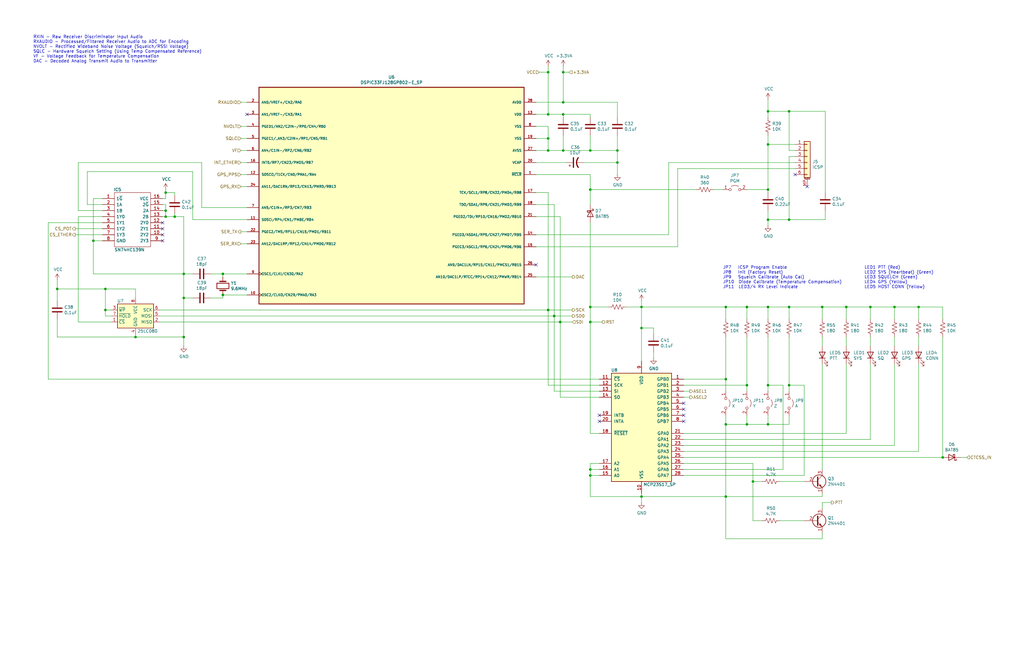
<source format=kicad_sch>
(kicad_sch (version 20211123) (generator eeschema)

  (uuid f1016292-4069-4ff4-8916-175cff8f4c27)

  (paper "USLedger")

  (title_block
    (title "Original VOTER Through-hole Design")
    (date "2022-01-22")
    (rev "B")
    (company "FET Technologies")
    (comment 1 "Re-drawn from original Eagle files for WB6NIL's VOTER.")
    (comment 2 "Additional annotation added by VE7FET.")
    (comment 3 "Some symbols/components updated to 2022 variants.")
  )

  (lib_symbols
    (symbol "Connector_Generic_MountingPin:Conn_01x06_MountingPin" (pin_names (offset 1.016) hide) (in_bom yes) (on_board yes)
      (property "Reference" "J" (id 0) (at 0 7.62 0)
        (effects (font (size 1.27 1.27)))
      )
      (property "Value" "Conn_01x06_MountingPin" (id 1) (at 1.27 -10.16 0)
        (effects (font (size 1.27 1.27)) (justify left))
      )
      (property "Footprint" "" (id 2) (at 0 0 0)
        (effects (font (size 1.27 1.27)) hide)
      )
      (property "Datasheet" "~" (id 3) (at 0 0 0)
        (effects (font (size 1.27 1.27)) hide)
      )
      (property "ki_keywords" "connector" (id 4) (at 0 0 0)
        (effects (font (size 1.27 1.27)) hide)
      )
      (property "ki_description" "Generic connectable mounting pin connector, single row, 01x06, script generated (kicad-library-utils/schlib/autogen/connector/)" (id 5) (at 0 0 0)
        (effects (font (size 1.27 1.27)) hide)
      )
      (property "ki_fp_filters" "Connector*:*_1x??-1MP*" (id 6) (at 0 0 0)
        (effects (font (size 1.27 1.27)) hide)
      )
      (symbol "Conn_01x06_MountingPin_1_1"
        (rectangle (start -1.27 -7.493) (end 0 -7.747)
          (stroke (width 0.1524) (type default) (color 0 0 0 0))
          (fill (type none))
        )
        (rectangle (start -1.27 -4.953) (end 0 -5.207)
          (stroke (width 0.1524) (type default) (color 0 0 0 0))
          (fill (type none))
        )
        (rectangle (start -1.27 -2.413) (end 0 -2.667)
          (stroke (width 0.1524) (type default) (color 0 0 0 0))
          (fill (type none))
        )
        (rectangle (start -1.27 0.127) (end 0 -0.127)
          (stroke (width 0.1524) (type default) (color 0 0 0 0))
          (fill (type none))
        )
        (rectangle (start -1.27 2.667) (end 0 2.413)
          (stroke (width 0.1524) (type default) (color 0 0 0 0))
          (fill (type none))
        )
        (rectangle (start -1.27 5.207) (end 0 4.953)
          (stroke (width 0.1524) (type default) (color 0 0 0 0))
          (fill (type none))
        )
        (rectangle (start -1.27 6.35) (end 1.27 -8.89)
          (stroke (width 0.254) (type default) (color 0 0 0 0))
          (fill (type background))
        )
        (polyline
          (pts
            (xy -1.016 -9.652)
            (xy 1.016 -9.652)
          )
          (stroke (width 0.1524) (type default) (color 0 0 0 0))
          (fill (type none))
        )
        (text "Mounting" (at 0 -9.271 0)
          (effects (font (size 0.381 0.381)))
        )
        (pin passive line (at -5.08 5.08 0) (length 3.81)
          (name "Pin_1" (effects (font (size 1.27 1.27))))
          (number "1" (effects (font (size 1.27 1.27))))
        )
        (pin passive line (at -5.08 2.54 0) (length 3.81)
          (name "Pin_2" (effects (font (size 1.27 1.27))))
          (number "2" (effects (font (size 1.27 1.27))))
        )
        (pin passive line (at -5.08 0 0) (length 3.81)
          (name "Pin_3" (effects (font (size 1.27 1.27))))
          (number "3" (effects (font (size 1.27 1.27))))
        )
        (pin passive line (at -5.08 -2.54 0) (length 3.81)
          (name "Pin_4" (effects (font (size 1.27 1.27))))
          (number "4" (effects (font (size 1.27 1.27))))
        )
        (pin passive line (at -5.08 -5.08 0) (length 3.81)
          (name "Pin_5" (effects (font (size 1.27 1.27))))
          (number "5" (effects (font (size 1.27 1.27))))
        )
        (pin passive line (at -5.08 -7.62 0) (length 3.81)
          (name "Pin_6" (effects (font (size 1.27 1.27))))
          (number "6" (effects (font (size 1.27 1.27))))
        )
        (pin passive line (at 0 -12.7 90) (length 3.048)
          (name "MountPin" (effects (font (size 1.27 1.27))))
          (number "MP" (effects (font (size 1.27 1.27))))
        )
      )
    )
    (symbol "Device:C" (pin_numbers hide) (pin_names (offset 0.254)) (in_bom yes) (on_board yes)
      (property "Reference" "C" (id 0) (at 0.635 2.54 0)
        (effects (font (size 1.27 1.27)) (justify left))
      )
      (property "Value" "C" (id 1) (at 0.635 -2.54 0)
        (effects (font (size 1.27 1.27)) (justify left))
      )
      (property "Footprint" "" (id 2) (at 0.9652 -3.81 0)
        (effects (font (size 1.27 1.27)) hide)
      )
      (property "Datasheet" "~" (id 3) (at 0 0 0)
        (effects (font (size 1.27 1.27)) hide)
      )
      (property "ki_keywords" "cap capacitor" (id 4) (at 0 0 0)
        (effects (font (size 1.27 1.27)) hide)
      )
      (property "ki_description" "Unpolarized capacitor" (id 5) (at 0 0 0)
        (effects (font (size 1.27 1.27)) hide)
      )
      (property "ki_fp_filters" "C_*" (id 6) (at 0 0 0)
        (effects (font (size 1.27 1.27)) hide)
      )
      (symbol "C_0_1"
        (polyline
          (pts
            (xy -2.032 -0.762)
            (xy 2.032 -0.762)
          )
          (stroke (width 0.508) (type default) (color 0 0 0 0))
          (fill (type none))
        )
        (polyline
          (pts
            (xy -2.032 0.762)
            (xy 2.032 0.762)
          )
          (stroke (width 0.508) (type default) (color 0 0 0 0))
          (fill (type none))
        )
      )
      (symbol "C_1_1"
        (pin passive line (at 0 3.81 270) (length 2.794)
          (name "~" (effects (font (size 1.27 1.27))))
          (number "1" (effects (font (size 1.27 1.27))))
        )
        (pin passive line (at 0 -3.81 90) (length 2.794)
          (name "~" (effects (font (size 1.27 1.27))))
          (number "2" (effects (font (size 1.27 1.27))))
        )
      )
    )
    (symbol "Device:C_Polarized_US" (pin_numbers hide) (pin_names (offset 0.254) hide) (in_bom yes) (on_board yes)
      (property "Reference" "C" (id 0) (at 0.635 2.54 0)
        (effects (font (size 1.27 1.27)) (justify left))
      )
      (property "Value" "C_Polarized_US" (id 1) (at 0.635 -2.54 0)
        (effects (font (size 1.27 1.27)) (justify left))
      )
      (property "Footprint" "" (id 2) (at 0 0 0)
        (effects (font (size 1.27 1.27)) hide)
      )
      (property "Datasheet" "~" (id 3) (at 0 0 0)
        (effects (font (size 1.27 1.27)) hide)
      )
      (property "ki_keywords" "cap capacitor" (id 4) (at 0 0 0)
        (effects (font (size 1.27 1.27)) hide)
      )
      (property "ki_description" "Polarized capacitor, US symbol" (id 5) (at 0 0 0)
        (effects (font (size 1.27 1.27)) hide)
      )
      (property "ki_fp_filters" "CP_*" (id 6) (at 0 0 0)
        (effects (font (size 1.27 1.27)) hide)
      )
      (symbol "C_Polarized_US_0_1"
        (polyline
          (pts
            (xy -2.032 0.762)
            (xy 2.032 0.762)
          )
          (stroke (width 0.508) (type default) (color 0 0 0 0))
          (fill (type none))
        )
        (polyline
          (pts
            (xy -1.778 2.286)
            (xy -0.762 2.286)
          )
          (stroke (width 0) (type default) (color 0 0 0 0))
          (fill (type none))
        )
        (polyline
          (pts
            (xy -1.27 1.778)
            (xy -1.27 2.794)
          )
          (stroke (width 0) (type default) (color 0 0 0 0))
          (fill (type none))
        )
        (arc (start 2.032 -1.27) (mid 0 -0.5572) (end -2.032 -1.27)
          (stroke (width 0.508) (type default) (color 0 0 0 0))
          (fill (type none))
        )
      )
      (symbol "C_Polarized_US_1_1"
        (pin passive line (at 0 3.81 270) (length 2.794)
          (name "~" (effects (font (size 1.27 1.27))))
          (number "1" (effects (font (size 1.27 1.27))))
        )
        (pin passive line (at 0 -3.81 90) (length 3.302)
          (name "~" (effects (font (size 1.27 1.27))))
          (number "2" (effects (font (size 1.27 1.27))))
        )
      )
    )
    (symbol "Device:Crystal" (pin_numbers hide) (pin_names (offset 1.016) hide) (in_bom yes) (on_board yes)
      (property "Reference" "Y" (id 0) (at 0 3.81 0)
        (effects (font (size 1.27 1.27)))
      )
      (property "Value" "Crystal" (id 1) (at 0 -3.81 0)
        (effects (font (size 1.27 1.27)))
      )
      (property "Footprint" "" (id 2) (at 0 0 0)
        (effects (font (size 1.27 1.27)) hide)
      )
      (property "Datasheet" "~" (id 3) (at 0 0 0)
        (effects (font (size 1.27 1.27)) hide)
      )
      (property "ki_keywords" "quartz ceramic resonator oscillator" (id 4) (at 0 0 0)
        (effects (font (size 1.27 1.27)) hide)
      )
      (property "ki_description" "Two pin crystal" (id 5) (at 0 0 0)
        (effects (font (size 1.27 1.27)) hide)
      )
      (property "ki_fp_filters" "Crystal*" (id 6) (at 0 0 0)
        (effects (font (size 1.27 1.27)) hide)
      )
      (symbol "Crystal_0_1"
        (rectangle (start -1.143 2.54) (end 1.143 -2.54)
          (stroke (width 0.3048) (type default) (color 0 0 0 0))
          (fill (type none))
        )
        (polyline
          (pts
            (xy -2.54 0)
            (xy -1.905 0)
          )
          (stroke (width 0) (type default) (color 0 0 0 0))
          (fill (type none))
        )
        (polyline
          (pts
            (xy -1.905 -1.27)
            (xy -1.905 1.27)
          )
          (stroke (width 0.508) (type default) (color 0 0 0 0))
          (fill (type none))
        )
        (polyline
          (pts
            (xy 1.905 -1.27)
            (xy 1.905 1.27)
          )
          (stroke (width 0.508) (type default) (color 0 0 0 0))
          (fill (type none))
        )
        (polyline
          (pts
            (xy 2.54 0)
            (xy 1.905 0)
          )
          (stroke (width 0) (type default) (color 0 0 0 0))
          (fill (type none))
        )
      )
      (symbol "Crystal_1_1"
        (pin passive line (at -3.81 0 0) (length 1.27)
          (name "1" (effects (font (size 1.27 1.27))))
          (number "1" (effects (font (size 1.27 1.27))))
        )
        (pin passive line (at 3.81 0 180) (length 1.27)
          (name "2" (effects (font (size 1.27 1.27))))
          (number "2" (effects (font (size 1.27 1.27))))
        )
      )
    )
    (symbol "Device:R_US" (pin_numbers hide) (pin_names (offset 0)) (in_bom yes) (on_board yes)
      (property "Reference" "R" (id 0) (at 2.54 0 90)
        (effects (font (size 1.27 1.27)))
      )
      (property "Value" "R_US" (id 1) (at -2.54 0 90)
        (effects (font (size 1.27 1.27)))
      )
      (property "Footprint" "" (id 2) (at 1.016 -0.254 90)
        (effects (font (size 1.27 1.27)) hide)
      )
      (property "Datasheet" "~" (id 3) (at 0 0 0)
        (effects (font (size 1.27 1.27)) hide)
      )
      (property "ki_keywords" "R res resistor" (id 4) (at 0 0 0)
        (effects (font (size 1.27 1.27)) hide)
      )
      (property "ki_description" "Resistor, US symbol" (id 5) (at 0 0 0)
        (effects (font (size 1.27 1.27)) hide)
      )
      (property "ki_fp_filters" "R_*" (id 6) (at 0 0 0)
        (effects (font (size 1.27 1.27)) hide)
      )
      (symbol "R_US_0_1"
        (polyline
          (pts
            (xy 0 -2.286)
            (xy 0 -2.54)
          )
          (stroke (width 0) (type default) (color 0 0 0 0))
          (fill (type none))
        )
        (polyline
          (pts
            (xy 0 2.286)
            (xy 0 2.54)
          )
          (stroke (width 0) (type default) (color 0 0 0 0))
          (fill (type none))
        )
        (polyline
          (pts
            (xy 0 -0.762)
            (xy 1.016 -1.143)
            (xy 0 -1.524)
            (xy -1.016 -1.905)
            (xy 0 -2.286)
          )
          (stroke (width 0) (type default) (color 0 0 0 0))
          (fill (type none))
        )
        (polyline
          (pts
            (xy 0 0.762)
            (xy 1.016 0.381)
            (xy 0 0)
            (xy -1.016 -0.381)
            (xy 0 -0.762)
          )
          (stroke (width 0) (type default) (color 0 0 0 0))
          (fill (type none))
        )
        (polyline
          (pts
            (xy 0 2.286)
            (xy 1.016 1.905)
            (xy 0 1.524)
            (xy -1.016 1.143)
            (xy 0 0.762)
          )
          (stroke (width 0) (type default) (color 0 0 0 0))
          (fill (type none))
        )
      )
      (symbol "R_US_1_1"
        (pin passive line (at 0 3.81 270) (length 1.27)
          (name "~" (effects (font (size 1.27 1.27))))
          (number "1" (effects (font (size 1.27 1.27))))
        )
        (pin passive line (at 0 -3.81 90) (length 1.27)
          (name "~" (effects (font (size 1.27 1.27))))
          (number "2" (effects (font (size 1.27 1.27))))
        )
      )
    )
    (symbol "Diode:BAT85" (pin_numbers hide) (pin_names (offset 1.016) hide) (in_bom yes) (on_board yes)
      (property "Reference" "D" (id 0) (at 0 2.54 0)
        (effects (font (size 1.27 1.27)))
      )
      (property "Value" "BAT85" (id 1) (at 0 -2.54 0)
        (effects (font (size 1.27 1.27)))
      )
      (property "Footprint" "Diode_THT:D_DO-35_SOD27_P7.62mm_Horizontal" (id 2) (at 0 -4.445 0)
        (effects (font (size 1.27 1.27)) hide)
      )
      (property "Datasheet" "https://assets.nexperia.com/documents/data-sheet/BAT85.pdf" (id 3) (at 0 0 0)
        (effects (font (size 1.27 1.27)) hide)
      )
      (property "ki_keywords" "diode Schottky" (id 4) (at 0 0 0)
        (effects (font (size 1.27 1.27)) hide)
      )
      (property "ki_description" "30V 0.2A Schottky barrier single diode, DO-35" (id 5) (at 0 0 0)
        (effects (font (size 1.27 1.27)) hide)
      )
      (property "ki_fp_filters" "D*DO?35*" (id 6) (at 0 0 0)
        (effects (font (size 1.27 1.27)) hide)
      )
      (symbol "BAT85_0_1"
        (polyline
          (pts
            (xy 1.27 0)
            (xy -1.27 0)
          )
          (stroke (width 0) (type default) (color 0 0 0 0))
          (fill (type none))
        )
        (polyline
          (pts
            (xy 1.27 1.27)
            (xy 1.27 -1.27)
            (xy -1.27 0)
            (xy 1.27 1.27)
          )
          (stroke (width 0.254) (type default) (color 0 0 0 0))
          (fill (type none))
        )
        (polyline
          (pts
            (xy -1.905 0.635)
            (xy -1.905 1.27)
            (xy -1.27 1.27)
            (xy -1.27 -1.27)
            (xy -0.635 -1.27)
            (xy -0.635 -0.635)
          )
          (stroke (width 0.254) (type default) (color 0 0 0 0))
          (fill (type none))
        )
      )
      (symbol "BAT85_1_1"
        (pin passive line (at -3.81 0 0) (length 2.54)
          (name "K" (effects (font (size 1.27 1.27))))
          (number "1" (effects (font (size 1.27 1.27))))
        )
        (pin passive line (at 3.81 0 180) (length 2.54)
          (name "A" (effects (font (size 1.27 1.27))))
          (number "2" (effects (font (size 1.27 1.27))))
        )
      )
    )
    (symbol "Interface_Expansion:MCP23S17_SP" (pin_names (offset 1.016)) (in_bom yes) (on_board yes)
      (property "Reference" "U" (id 0) (at -11.43 24.13 0)
        (effects (font (size 1.27 1.27)))
      )
      (property "Value" "MCP23S17_SP" (id 1) (at 0 0 0)
        (effects (font (size 1.27 1.27)))
      )
      (property "Footprint" "Package_DIP:DIP-28_W7.62mm" (id 2) (at 5.08 -25.4 0)
        (effects (font (size 1.27 1.27)) (justify left) hide)
      )
      (property "Datasheet" "http://ww1.microchip.com/downloads/en/DeviceDoc/20001952C.pdf" (id 3) (at 5.08 -27.94 0)
        (effects (font (size 1.27 1.27)) (justify left) hide)
      )
      (property "ki_keywords" "microchip i2c parallel port expander" (id 4) (at 0 0 0)
        (effects (font (size 1.27 1.27)) hide)
      )
      (property "ki_description" "16-bit I/O expander, SPI, interrupts, w pull-ups, SPDIP-28" (id 5) (at 0 0 0)
        (effects (font (size 1.27 1.27)) hide)
      )
      (property "ki_fp_filters" "DIP*W7.62mm*" (id 6) (at 0 0 0)
        (effects (font (size 1.27 1.27)) hide)
      )
      (symbol "MCP23S17_SP_0_1"
        (rectangle (start -12.7 22.86) (end 12.7 -22.86)
          (stroke (width 0.254) (type default) (color 0 0 0 0))
          (fill (type background))
        )
      )
      (symbol "MCP23S17_SP_1_1"
        (pin bidirectional line (at 17.78 20.32 180) (length 5.08)
          (name "GPB0" (effects (font (size 1.27 1.27))))
          (number "1" (effects (font (size 1.27 1.27))))
        )
        (pin power_in line (at 0 -27.94 90) (length 5.08)
          (name "VSS" (effects (font (size 1.27 1.27))))
          (number "10" (effects (font (size 1.27 1.27))))
        )
        (pin input line (at -17.78 20.32 0) (length 5.08)
          (name "~{CS}" (effects (font (size 1.27 1.27))))
          (number "11" (effects (font (size 1.27 1.27))))
        )
        (pin input line (at -17.78 17.78 0) (length 5.08)
          (name "SCK" (effects (font (size 1.27 1.27))))
          (number "12" (effects (font (size 1.27 1.27))))
        )
        (pin input line (at -17.78 15.24 0) (length 5.08)
          (name "SI" (effects (font (size 1.27 1.27))))
          (number "13" (effects (font (size 1.27 1.27))))
        )
        (pin output line (at -17.78 12.7 0) (length 5.08)
          (name "SO" (effects (font (size 1.27 1.27))))
          (number "14" (effects (font (size 1.27 1.27))))
        )
        (pin input line (at -17.78 -20.32 0) (length 5.08)
          (name "A0" (effects (font (size 1.27 1.27))))
          (number "15" (effects (font (size 1.27 1.27))))
        )
        (pin input line (at -17.78 -17.78 0) (length 5.08)
          (name "A1" (effects (font (size 1.27 1.27))))
          (number "16" (effects (font (size 1.27 1.27))))
        )
        (pin input line (at -17.78 -15.24 0) (length 5.08)
          (name "A2" (effects (font (size 1.27 1.27))))
          (number "17" (effects (font (size 1.27 1.27))))
        )
        (pin input line (at -17.78 -2.54 0) (length 5.08)
          (name "~{RESET}" (effects (font (size 1.27 1.27))))
          (number "18" (effects (font (size 1.27 1.27))))
        )
        (pin tri_state line (at -17.78 5.08 0) (length 5.08)
          (name "INTB" (effects (font (size 1.27 1.27))))
          (number "19" (effects (font (size 1.27 1.27))))
        )
        (pin bidirectional line (at 17.78 17.78 180) (length 5.08)
          (name "GPB1" (effects (font (size 1.27 1.27))))
          (number "2" (effects (font (size 1.27 1.27))))
        )
        (pin tri_state line (at -17.78 2.54 0) (length 5.08)
          (name "INTA" (effects (font (size 1.27 1.27))))
          (number "20" (effects (font (size 1.27 1.27))))
        )
        (pin bidirectional line (at 17.78 -2.54 180) (length 5.08)
          (name "GPA0" (effects (font (size 1.27 1.27))))
          (number "21" (effects (font (size 1.27 1.27))))
        )
        (pin bidirectional line (at 17.78 -5.08 180) (length 5.08)
          (name "GPA1" (effects (font (size 1.27 1.27))))
          (number "22" (effects (font (size 1.27 1.27))))
        )
        (pin bidirectional line (at 17.78 -7.62 180) (length 5.08)
          (name "GPA2" (effects (font (size 1.27 1.27))))
          (number "23" (effects (font (size 1.27 1.27))))
        )
        (pin bidirectional line (at 17.78 -10.16 180) (length 5.08)
          (name "GPA3" (effects (font (size 1.27 1.27))))
          (number "24" (effects (font (size 1.27 1.27))))
        )
        (pin bidirectional line (at 17.78 -12.7 180) (length 5.08)
          (name "GPA4" (effects (font (size 1.27 1.27))))
          (number "25" (effects (font (size 1.27 1.27))))
        )
        (pin bidirectional line (at 17.78 -15.24 180) (length 5.08)
          (name "GPA5" (effects (font (size 1.27 1.27))))
          (number "26" (effects (font (size 1.27 1.27))))
        )
        (pin bidirectional line (at 17.78 -17.78 180) (length 5.08)
          (name "GPA6" (effects (font (size 1.27 1.27))))
          (number "27" (effects (font (size 1.27 1.27))))
        )
        (pin bidirectional line (at 17.78 -20.32 180) (length 5.08)
          (name "GPA7" (effects (font (size 1.27 1.27))))
          (number "28" (effects (font (size 1.27 1.27))))
        )
        (pin bidirectional line (at 17.78 15.24 180) (length 5.08)
          (name "GPB2" (effects (font (size 1.27 1.27))))
          (number "3" (effects (font (size 1.27 1.27))))
        )
        (pin bidirectional line (at 17.78 12.7 180) (length 5.08)
          (name "GPB3" (effects (font (size 1.27 1.27))))
          (number "4" (effects (font (size 1.27 1.27))))
        )
        (pin bidirectional line (at 17.78 10.16 180) (length 5.08)
          (name "GPB4" (effects (font (size 1.27 1.27))))
          (number "5" (effects (font (size 1.27 1.27))))
        )
        (pin bidirectional line (at 17.78 7.62 180) (length 5.08)
          (name "GPB5" (effects (font (size 1.27 1.27))))
          (number "6" (effects (font (size 1.27 1.27))))
        )
        (pin bidirectional line (at 17.78 5.08 180) (length 5.08)
          (name "GPB6" (effects (font (size 1.27 1.27))))
          (number "7" (effects (font (size 1.27 1.27))))
        )
        (pin bidirectional line (at 17.78 2.54 180) (length 5.08)
          (name "GPB7" (effects (font (size 1.27 1.27))))
          (number "8" (effects (font (size 1.27 1.27))))
        )
        (pin power_in line (at 0 27.94 270) (length 5.08)
          (name "VDD" (effects (font (size 1.27 1.27))))
          (number "9" (effects (font (size 1.27 1.27))))
        )
      )
    )
    (symbol "Jumper:Jumper_2_Open" (pin_names (offset 0) hide) (in_bom yes) (on_board yes)
      (property "Reference" "JP" (id 0) (at 0 2.794 0)
        (effects (font (size 1.27 1.27)))
      )
      (property "Value" "Jumper_2_Open" (id 1) (at 0 -2.286 0)
        (effects (font (size 1.27 1.27)))
      )
      (property "Footprint" "" (id 2) (at 0 0 0)
        (effects (font (size 1.27 1.27)) hide)
      )
      (property "Datasheet" "~" (id 3) (at 0 0 0)
        (effects (font (size 1.27 1.27)) hide)
      )
      (property "ki_keywords" "Jumper SPST" (id 4) (at 0 0 0)
        (effects (font (size 1.27 1.27)) hide)
      )
      (property "ki_description" "Jumper, 2-pole, open" (id 5) (at 0 0 0)
        (effects (font (size 1.27 1.27)) hide)
      )
      (property "ki_fp_filters" "Jumper* TestPoint*2Pads* TestPoint*Bridge*" (id 6) (at 0 0 0)
        (effects (font (size 1.27 1.27)) hide)
      )
      (symbol "Jumper_2_Open_0_0"
        (circle (center -2.032 0) (radius 0.508)
          (stroke (width 0) (type default) (color 0 0 0 0))
          (fill (type none))
        )
        (circle (center 2.032 0) (radius 0.508)
          (stroke (width 0) (type default) (color 0 0 0 0))
          (fill (type none))
        )
      )
      (symbol "Jumper_2_Open_0_1"
        (arc (start 1.524 1.27) (mid 0 1.778) (end -1.524 1.27)
          (stroke (width 0) (type default) (color 0 0 0 0))
          (fill (type none))
        )
      )
      (symbol "Jumper_2_Open_1_1"
        (pin passive line (at -5.08 0 0) (length 2.54)
          (name "A" (effects (font (size 1.27 1.27))))
          (number "1" (effects (font (size 1.27 1.27))))
        )
        (pin passive line (at 5.08 0 180) (length 2.54)
          (name "B" (effects (font (size 1.27 1.27))))
          (number "2" (effects (font (size 1.27 1.27))))
        )
      )
    )
    (symbol "Memory_EEPROM:25LCxxx" (in_bom yes) (on_board yes)
      (property "Reference" "U" (id 0) (at -7.62 6.35 0)
        (effects (font (size 1.27 1.27)))
      )
      (property "Value" "25LCxxx" (id 1) (at 2.54 -6.35 0)
        (effects (font (size 1.27 1.27)) (justify left))
      )
      (property "Footprint" "" (id 2) (at 0 0 0)
        (effects (font (size 1.27 1.27)) hide)
      )
      (property "Datasheet" "http://ww1.microchip.com/downloads/en/DeviceDoc/21832H.pdf" (id 3) (at 0 0 0)
        (effects (font (size 1.27 1.27)) hide)
      )
      (property "ki_keywords" "EEPROM memory SPI serial" (id 4) (at 0 0 0)
        (effects (font (size 1.27 1.27)) hide)
      )
      (property "ki_description" "SPI Serial EEPROM, DIP-8/SOIC-8/TSSOP-8" (id 5) (at 0 0 0)
        (effects (font (size 1.27 1.27)) hide)
      )
      (property "ki_fp_filters" "DIP*W7.62mm* SOIC*3.9x4.9mm* TSSOP*4.4x3mm*P0.65mm*" (id 6) (at 0 0 0)
        (effects (font (size 1.27 1.27)) hide)
      )
      (symbol "25LCxxx_1_1"
        (rectangle (start -7.62 5.08) (end 7.62 -5.08)
          (stroke (width 0.254) (type default) (color 0 0 0 0))
          (fill (type background))
        )
        (pin input line (at -10.16 -2.54 0) (length 2.54)
          (name "~{CS}" (effects (font (size 1.27 1.27))))
          (number "1" (effects (font (size 1.27 1.27))))
        )
        (pin tri_state line (at 10.16 -2.54 180) (length 2.54)
          (name "MISO" (effects (font (size 1.27 1.27))))
          (number "2" (effects (font (size 1.27 1.27))))
        )
        (pin input line (at -10.16 2.54 0) (length 2.54)
          (name "~{WP}" (effects (font (size 1.27 1.27))))
          (number "3" (effects (font (size 1.27 1.27))))
        )
        (pin power_in line (at 0 -7.62 90) (length 2.54)
          (name "GND" (effects (font (size 1.27 1.27))))
          (number "4" (effects (font (size 1.27 1.27))))
        )
        (pin input line (at 10.16 0 180) (length 2.54)
          (name "MOSI" (effects (font (size 1.27 1.27))))
          (number "5" (effects (font (size 1.27 1.27))))
        )
        (pin input line (at 10.16 2.54 180) (length 2.54)
          (name "SCK" (effects (font (size 1.27 1.27))))
          (number "6" (effects (font (size 1.27 1.27))))
        )
        (pin input line (at -10.16 0 0) (length 2.54)
          (name "~{HOLD}" (effects (font (size 1.27 1.27))))
          (number "7" (effects (font (size 1.27 1.27))))
        )
        (pin power_in line (at 0 7.62 270) (length 2.54)
          (name "VCC" (effects (font (size 1.27 1.27))))
          (number "8" (effects (font (size 1.27 1.27))))
        )
      )
    )
    (symbol "Transistor_BJT:2N3904" (pin_names (offset 0) hide) (in_bom yes) (on_board yes)
      (property "Reference" "Q" (id 0) (at 5.08 1.905 0)
        (effects (font (size 1.27 1.27)) (justify left))
      )
      (property "Value" "2N3904" (id 1) (at 5.08 0 0)
        (effects (font (size 1.27 1.27)) (justify left))
      )
      (property "Footprint" "Package_TO_SOT_THT:TO-92_Inline" (id 2) (at 5.08 -1.905 0)
        (effects (font (size 1.27 1.27) italic) (justify left) hide)
      )
      (property "Datasheet" "https://www.onsemi.com/pub/Collateral/2N3903-D.PDF" (id 3) (at 0 0 0)
        (effects (font (size 1.27 1.27)) (justify left) hide)
      )
      (property "ki_keywords" "NPN Transistor" (id 4) (at 0 0 0)
        (effects (font (size 1.27 1.27)) hide)
      )
      (property "ki_description" "0.2A Ic, 40V Vce, Small Signal NPN Transistor, TO-92" (id 5) (at 0 0 0)
        (effects (font (size 1.27 1.27)) hide)
      )
      (property "ki_fp_filters" "TO?92*" (id 6) (at 0 0 0)
        (effects (font (size 1.27 1.27)) hide)
      )
      (symbol "2N3904_0_1"
        (polyline
          (pts
            (xy 0.635 0.635)
            (xy 2.54 2.54)
          )
          (stroke (width 0) (type default) (color 0 0 0 0))
          (fill (type none))
        )
        (polyline
          (pts
            (xy 0.635 -0.635)
            (xy 2.54 -2.54)
            (xy 2.54 -2.54)
          )
          (stroke (width 0) (type default) (color 0 0 0 0))
          (fill (type none))
        )
        (polyline
          (pts
            (xy 0.635 1.905)
            (xy 0.635 -1.905)
            (xy 0.635 -1.905)
          )
          (stroke (width 0.508) (type default) (color 0 0 0 0))
          (fill (type none))
        )
        (polyline
          (pts
            (xy 1.27 -1.778)
            (xy 1.778 -1.27)
            (xy 2.286 -2.286)
            (xy 1.27 -1.778)
            (xy 1.27 -1.778)
          )
          (stroke (width 0) (type default) (color 0 0 0 0))
          (fill (type outline))
        )
        (circle (center 1.27 0) (radius 2.8194)
          (stroke (width 0.254) (type default) (color 0 0 0 0))
          (fill (type none))
        )
      )
      (symbol "2N3904_1_1"
        (pin passive line (at 2.54 -5.08 90) (length 2.54)
          (name "E" (effects (font (size 1.27 1.27))))
          (number "1" (effects (font (size 1.27 1.27))))
        )
        (pin passive line (at -5.08 0 0) (length 5.715)
          (name "B" (effects (font (size 1.27 1.27))))
          (number "2" (effects (font (size 1.27 1.27))))
        )
        (pin passive line (at 2.54 5.08 270) (length 2.54)
          (name "C" (effects (font (size 1.27 1.27))))
          (number "3" (effects (font (size 1.27 1.27))))
        )
      )
    )
    (symbol "VE7FET:DSPIC33FJ128GP802-E_SP" (pin_names (offset 1.016)) (in_bom yes) (on_board yes)
      (property "Reference" "U" (id 0) (at -55.88 46.7106 0)
        (effects (font (size 1.27 1.27)) (justify left bottom))
      )
      (property "Value" "DSPIC33FJ128GP802-E_SP" (id 1) (at -55.88 -49.7078 0)
        (effects (font (size 1.27 1.27)) (justify left bottom))
      )
      (property "Footprint" "VE7FET:DIP787W46P254L3467H508Q28" (id 2) (at 0 0 0)
        (effects (font (size 1.27 1.27)) (justify left bottom) hide)
      )
      (property "Datasheet" "" (id 3) (at 0 0 0)
        (effects (font (size 1.27 1.27)) (justify left bottom) hide)
      )
      (symbol "DSPIC33FJ128GP802-E_SP_0_0"
        (rectangle (start -55.88 -45.72) (end 55.88 45.72)
          (stroke (width 0.4064) (type default) (color 0 0 0 0))
          (fill (type background))
        )
        (pin input line (at 60.96 8.89 180) (length 5.08)
          (name "~{MCLR}" (effects (font (size 1.016 1.016))))
          (number "1" (effects (font (size 1.016 1.016))))
        )
        (pin bidirectional clock (at -60.96 -41.91 0) (length 5.08)
          (name "OSC2/CLKO/CN29/PMA0/RA3" (effects (font (size 1.016 1.016))))
          (number "10" (effects (font (size 1.016 1.016))))
        )
        (pin bidirectional line (at -60.96 -10.16 0) (length 5.08)
          (name "SOSCI/RP4/CN1/PMBE/RB4" (effects (font (size 1.016 1.016))))
          (number "11" (effects (font (size 1.016 1.016))))
        )
        (pin bidirectional line (at -60.96 8.89 0) (length 5.08)
          (name "SOSCO/T1CK/CN0/PMA1/RA4" (effects (font (size 1.016 1.016))))
          (number "12" (effects (font (size 1.016 1.016))))
        )
        (pin power_in line (at 60.96 34.29 180) (length 5.08)
          (name "VDD" (effects (font (size 1.016 1.016))))
          (number "13" (effects (font (size 1.016 1.016))))
        )
        (pin bidirectional line (at 60.96 -16.51 180) (length 5.08)
          (name "PGED3/ASDA1/RP5/CN27/PMD7/RB5" (effects (font (size 1.016 1.016))))
          (number "14" (effects (font (size 1.016 1.016))))
        )
        (pin bidirectional line (at 60.96 -21.59 180) (length 5.08)
          (name "PGEC3/ASCL1/RP6/CN24/PMD6/RB6" (effects (font (size 1.016 1.016))))
          (number "15" (effects (font (size 1.016 1.016))))
        )
        (pin input line (at -60.96 13.97 0) (length 5.08)
          (name "INT0/RP7/CN23/PMD5/RB7" (effects (font (size 1.016 1.016))))
          (number "16" (effects (font (size 1.016 1.016))))
        )
        (pin bidirectional line (at 60.96 1.27 180) (length 5.08)
          (name "TCK/SCL1/RP8/CN22/PMD4/RB8" (effects (font (size 1.016 1.016))))
          (number "17" (effects (font (size 1.016 1.016))))
        )
        (pin bidirectional line (at 60.96 -3.81 180) (length 5.08)
          (name "TDO/SDA1/RP9/CN21/PMD3/RB9" (effects (font (size 1.016 1.016))))
          (number "18" (effects (font (size 1.016 1.016))))
        )
        (pin power_in line (at 60.96 24.13 180) (length 5.08)
          (name "VSS" (effects (font (size 1.016 1.016))))
          (number "19" (effects (font (size 1.016 1.016))))
        )
        (pin bidirectional line (at -60.96 39.37 0) (length 5.08)
          (name "AN0/VREF+/CN2/RA0" (effects (font (size 1.016 1.016))))
          (number "2" (effects (font (size 1.016 1.016))))
        )
        (pin passive line (at 60.96 13.97 180) (length 5.08)
          (name "VCAP" (effects (font (size 1.016 1.016))))
          (number "20" (effects (font (size 1.016 1.016))))
        )
        (pin bidirectional line (at 60.96 -8.89 180) (length 5.08)
          (name "PGED2/TDI/RP10/CN16/PMD2/RB10" (effects (font (size 1.016 1.016))))
          (number "21" (effects (font (size 1.016 1.016))))
        )
        (pin bidirectional line (at -60.96 -15.24 0) (length 5.08)
          (name "PGEC2/TMS/RP11/CN15/PMD1/RB11" (effects (font (size 1.016 1.016))))
          (number "22" (effects (font (size 1.016 1.016))))
        )
        (pin bidirectional line (at -60.96 -20.32 0) (length 5.08)
          (name "AN12/DAC1RP/RP12/CN14/PMD0/RB12" (effects (font (size 1.016 1.016))))
          (number "23" (effects (font (size 1.016 1.016))))
        )
        (pin bidirectional line (at -60.96 3.81 0) (length 5.08)
          (name "AN11/DAC1RN/RP13/CN13/PMRD/RB13" (effects (font (size 1.016 1.016))))
          (number "24" (effects (font (size 1.016 1.016))))
        )
        (pin bidirectional line (at 60.96 -34.29 180) (length 5.08)
          (name "AN10/DAC1LP/RTCC/RP14/CN12/PMWR/RB14" (effects (font (size 1.016 1.016))))
          (number "25" (effects (font (size 1.016 1.016))))
        )
        (pin bidirectional line (at 60.96 -29.21 180) (length 5.08)
          (name "AN9/DAC1LN/RP15/CN11/PMCS1/RB15" (effects (font (size 1.016 1.016))))
          (number "26" (effects (font (size 1.016 1.016))))
        )
        (pin power_in line (at 60.96 19.05 180) (length 5.08)
          (name "AVSS" (effects (font (size 1.016 1.016))))
          (number "27" (effects (font (size 1.016 1.016))))
        )
        (pin power_in line (at 60.96 39.37 180) (length 5.08)
          (name "AVDD" (effects (font (size 1.016 1.016))))
          (number "28" (effects (font (size 1.016 1.016))))
        )
        (pin bidirectional line (at -60.96 34.29 0) (length 5.08)
          (name "AN1/VREF-/CN3/RA1" (effects (font (size 1.016 1.016))))
          (number "3" (effects (font (size 1.016 1.016))))
        )
        (pin input line (at -60.96 29.21 0) (length 5.08)
          (name "PGED1/AN2/C2IN-/RP0/CN4/RB0" (effects (font (size 1.016 1.016))))
          (number "4" (effects (font (size 1.016 1.016))))
        )
        (pin input line (at -60.96 24.13 0) (length 5.08)
          (name "PGEC1/_AN3/C2IN+/RP1/CN5/RB1" (effects (font (size 1.016 1.016))))
          (number "5" (effects (font (size 1.016 1.016))))
        )
        (pin input line (at -60.96 19.05 0) (length 5.08)
          (name "AN4/C1IN-/RP2/CN6/RB2" (effects (font (size 1.016 1.016))))
          (number "6" (effects (font (size 1.016 1.016))))
        )
        (pin input line (at -60.96 -5.08 0) (length 5.08)
          (name "AN5/C1IN+/RP3/CN7/RB3" (effects (font (size 1.016 1.016))))
          (number "7" (effects (font (size 1.016 1.016))))
        )
        (pin power_in line (at 60.96 29.21 180) (length 5.08)
          (name "VSS" (effects (font (size 1.016 1.016))))
          (number "8" (effects (font (size 1.016 1.016))))
        )
        (pin bidirectional clock (at -60.96 -33.02 0) (length 5.08)
          (name "OSC1/CLKI/CN30/RA2" (effects (font (size 1.016 1.016))))
          (number "9" (effects (font (size 1.016 1.016))))
        )
      )
    )
    (symbol "VE7FET:LED" (pin_numbers hide) (pin_names (offset 1.016) hide) (in_bom yes) (on_board yes)
      (property "Reference" "LED" (id 0) (at 0 2.54 0)
        (effects (font (size 1.27 1.27)))
      )
      (property "Value" "LED" (id 1) (at 0 -2.54 0)
        (effects (font (size 1.27 1.27)))
      )
      (property "Footprint" "" (id 2) (at 0 0 0)
        (effects (font (size 1.27 1.27)) hide)
      )
      (property "Datasheet" "" (id 3) (at 0 0 0)
        (effects (font (size 1.27 1.27)) hide)
      )
      (property "ki_fp_filters" "LED* LED_SMD:* LED_THT:*" (id 4) (at 0 0 0)
        (effects (font (size 1.27 1.27)) hide)
      )
      (symbol "LED_0_1"
        (polyline
          (pts
            (xy -1.27 -1.27)
            (xy -1.27 1.27)
          )
          (stroke (width 0.254) (type default) (color 0 0 0 0))
          (fill (type none))
        )
        (polyline
          (pts
            (xy -1.27 0)
            (xy 1.27 0)
          )
          (stroke (width 0) (type default) (color 0 0 0 0))
          (fill (type none))
        )
        (polyline
          (pts
            (xy 1.27 -1.27)
            (xy 1.27 1.27)
            (xy -1.27 0)
            (xy 1.27 -1.27)
          )
          (stroke (width 0.254) (type default) (color 0 0 0 0))
          (fill (type none))
        )
        (polyline
          (pts
            (xy -3.048 -0.762)
            (xy -4.572 -2.286)
            (xy -3.81 -2.286)
            (xy -4.572 -2.286)
            (xy -4.572 -1.524)
          )
          (stroke (width 0) (type default) (color 0 0 0 0))
          (fill (type none))
        )
        (polyline
          (pts
            (xy -1.778 -0.762)
            (xy -3.302 -2.286)
            (xy -2.54 -2.286)
            (xy -3.302 -2.286)
            (xy -3.302 -1.524)
          )
          (stroke (width 0) (type default) (color 0 0 0 0))
          (fill (type none))
        )
      )
      (symbol "LED_1_1"
        (pin passive line (at -3.81 0 0) (length 2.54)
          (name "K" (effects (font (size 1.27 1.27))))
          (number "1" (effects (font (size 1.27 1.27))))
        )
        (pin passive line (at 3.81 0 180) (length 2.54)
          (name "A" (effects (font (size 1.27 1.27))))
          (number "2" (effects (font (size 1.27 1.27))))
        )
      )
    )
    (symbol "VE7FET:SN74HC139N" (pin_names (offset 0.762)) (in_bom yes) (on_board yes)
      (property "Reference" "IC" (id 0) (at 21.59 7.62 0)
        (effects (font (size 1.27 1.27)) (justify left))
      )
      (property "Value" "SN74HC139N" (id 1) (at 21.59 5.08 0)
        (effects (font (size 1.27 1.27)) (justify left))
      )
      (property "Footprint" "VE7FET:DIP794W53P254L1930H508Q16N" (id 2) (at 21.59 2.54 0)
        (effects (font (size 1.27 1.27)) (justify left) hide)
      )
      (property "Datasheet" "" (id 3) (at 21.59 0 0)
        (effects (font (size 1.27 1.27)) (justify left) hide)
      )
      (property "Description" "DUAL 2-LINE TO 4-LINE  DECODERS /DEMULTIPLEXERS" (id 4) (at 21.59 -2.54 0)
        (effects (font (size 1.27 1.27)) (justify left) hide)
      )
      (property "Height" "5.08" (id 5) (at 21.59 -5.08 0)
        (effects (font (size 1.27 1.27)) (justify left) hide)
      )
      (property "Mouser Part Number" "595-SN74HC139N" (id 6) (at 21.59 -7.62 0)
        (effects (font (size 1.27 1.27)) (justify left) hide)
      )
      (property "Manufacturer_Name" "Texas Instruments" (id 7) (at 21.59 -12.7 0)
        (effects (font (size 1.27 1.27)) (justify left) hide)
      )
      (property "Manufacturer_Part_Number" "SN74HC139N" (id 8) (at 21.59 -15.24 0)
        (effects (font (size 1.27 1.27)) (justify left) hide)
      )
      (symbol "SN74HC139N_0_0"
        (pin passive line (at 0 0 0) (length 5.08)
          (name "1~{G}" (effects (font (size 1.27 1.27))))
          (number "1" (effects (font (size 1.27 1.27))))
        )
        (pin passive line (at 25.4 -15.24 180) (length 5.08)
          (name "2Y2" (effects (font (size 1.27 1.27))))
          (number "10" (effects (font (size 1.27 1.27))))
        )
        (pin passive line (at 25.4 -12.7 180) (length 5.08)
          (name "2Y1" (effects (font (size 1.27 1.27))))
          (number "11" (effects (font (size 1.27 1.27))))
        )
        (pin passive line (at 25.4 -10.16 180) (length 5.08)
          (name "2Y0" (effects (font (size 1.27 1.27))))
          (number "12" (effects (font (size 1.27 1.27))))
        )
        (pin passive line (at 25.4 -7.62 180) (length 5.08)
          (name "2B" (effects (font (size 1.27 1.27))))
          (number "13" (effects (font (size 1.27 1.27))))
        )
        (pin passive line (at 25.4 -5.08 180) (length 5.08)
          (name "2A" (effects (font (size 1.27 1.27))))
          (number "14" (effects (font (size 1.27 1.27))))
        )
        (pin passive line (at 25.4 -2.54 180) (length 5.08)
          (name "2~{G}" (effects (font (size 1.27 1.27))))
          (number "15" (effects (font (size 1.27 1.27))))
        )
        (pin passive line (at 25.4 0 180) (length 5.08)
          (name "VCC" (effects (font (size 1.27 1.27))))
          (number "16" (effects (font (size 1.27 1.27))))
        )
        (pin passive line (at 0 -2.54 0) (length 5.08)
          (name "1A" (effects (font (size 1.27 1.27))))
          (number "2" (effects (font (size 1.27 1.27))))
        )
        (pin passive line (at 0 -5.08 0) (length 5.08)
          (name "1B" (effects (font (size 1.27 1.27))))
          (number "3" (effects (font (size 1.27 1.27))))
        )
        (pin passive line (at 0 -7.62 0) (length 5.08)
          (name "1Y0" (effects (font (size 1.27 1.27))))
          (number "4" (effects (font (size 1.27 1.27))))
        )
        (pin passive line (at 0 -10.16 0) (length 5.08)
          (name "1Y1" (effects (font (size 1.27 1.27))))
          (number "5" (effects (font (size 1.27 1.27))))
        )
        (pin passive line (at 0 -12.7 0) (length 5.08)
          (name "1Y2" (effects (font (size 1.27 1.27))))
          (number "6" (effects (font (size 1.27 1.27))))
        )
        (pin passive line (at 0 -15.24 0) (length 5.08)
          (name "1Y3" (effects (font (size 1.27 1.27))))
          (number "7" (effects (font (size 1.27 1.27))))
        )
        (pin passive line (at 0 -17.78 0) (length 5.08)
          (name "GND" (effects (font (size 1.27 1.27))))
          (number "8" (effects (font (size 1.27 1.27))))
        )
        (pin passive line (at 25.4 -17.78 180) (length 5.08)
          (name "2Y3" (effects (font (size 1.27 1.27))))
          (number "9" (effects (font (size 1.27 1.27))))
        )
      )
      (symbol "SN74HC139N_0_1"
        (polyline
          (pts
            (xy 5.08 2.54)
            (xy 20.32 2.54)
            (xy 20.32 -20.32)
            (xy 5.08 -20.32)
            (xy 5.08 2.54)
          )
          (stroke (width 0.1524) (type default) (color 0 0 0 0))
          (fill (type none))
        )
      )
    )
    (symbol "power:+3.3VA" (power) (pin_names (offset 0)) (in_bom yes) (on_board yes)
      (property "Reference" "#PWR" (id 0) (at 0 -3.81 0)
        (effects (font (size 1.27 1.27)) hide)
      )
      (property "Value" "+3.3VA" (id 1) (at 0 3.556 0)
        (effects (font (size 1.27 1.27)))
      )
      (property "Footprint" "" (id 2) (at 0 0 0)
        (effects (font (size 1.27 1.27)) hide)
      )
      (property "Datasheet" "" (id 3) (at 0 0 0)
        (effects (font (size 1.27 1.27)) hide)
      )
      (property "ki_keywords" "power-flag" (id 4) (at 0 0 0)
        (effects (font (size 1.27 1.27)) hide)
      )
      (property "ki_description" "Power symbol creates a global label with name \"+3.3VA\"" (id 5) (at 0 0 0)
        (effects (font (size 1.27 1.27)) hide)
      )
      (symbol "+3.3VA_0_1"
        (polyline
          (pts
            (xy -0.762 1.27)
            (xy 0 2.54)
          )
          (stroke (width 0) (type default) (color 0 0 0 0))
          (fill (type none))
        )
        (polyline
          (pts
            (xy 0 0)
            (xy 0 2.54)
          )
          (stroke (width 0) (type default) (color 0 0 0 0))
          (fill (type none))
        )
        (polyline
          (pts
            (xy 0 2.54)
            (xy 0.762 1.27)
          )
          (stroke (width 0) (type default) (color 0 0 0 0))
          (fill (type none))
        )
      )
      (symbol "+3.3VA_1_1"
        (pin power_in line (at 0 0 90) (length 0) hide
          (name "+3.3VA" (effects (font (size 1.27 1.27))))
          (number "1" (effects (font (size 1.27 1.27))))
        )
      )
    )
    (symbol "power:GND" (power) (pin_names (offset 0)) (in_bom yes) (on_board yes)
      (property "Reference" "#PWR" (id 0) (at 0 -6.35 0)
        (effects (font (size 1.27 1.27)) hide)
      )
      (property "Value" "GND" (id 1) (at 0 -3.81 0)
        (effects (font (size 1.27 1.27)))
      )
      (property "Footprint" "" (id 2) (at 0 0 0)
        (effects (font (size 1.27 1.27)) hide)
      )
      (property "Datasheet" "" (id 3) (at 0 0 0)
        (effects (font (size 1.27 1.27)) hide)
      )
      (property "ki_keywords" "power-flag" (id 4) (at 0 0 0)
        (effects (font (size 1.27 1.27)) hide)
      )
      (property "ki_description" "Power symbol creates a global label with name \"GND\" , ground" (id 5) (at 0 0 0)
        (effects (font (size 1.27 1.27)) hide)
      )
      (symbol "GND_0_1"
        (polyline
          (pts
            (xy 0 0)
            (xy 0 -1.27)
            (xy 1.27 -1.27)
            (xy 0 -2.54)
            (xy -1.27 -1.27)
            (xy 0 -1.27)
          )
          (stroke (width 0) (type default) (color 0 0 0 0))
          (fill (type none))
        )
      )
      (symbol "GND_1_1"
        (pin power_in line (at 0 0 270) (length 0) hide
          (name "GND" (effects (font (size 1.27 1.27))))
          (number "1" (effects (font (size 1.27 1.27))))
        )
      )
    )
    (symbol "power:VCC" (power) (pin_names (offset 0)) (in_bom yes) (on_board yes)
      (property "Reference" "#PWR" (id 0) (at 0 -3.81 0)
        (effects (font (size 1.27 1.27)) hide)
      )
      (property "Value" "VCC" (id 1) (at 0 3.81 0)
        (effects (font (size 1.27 1.27)))
      )
      (property "Footprint" "" (id 2) (at 0 0 0)
        (effects (font (size 1.27 1.27)) hide)
      )
      (property "Datasheet" "" (id 3) (at 0 0 0)
        (effects (font (size 1.27 1.27)) hide)
      )
      (property "ki_keywords" "power-flag" (id 4) (at 0 0 0)
        (effects (font (size 1.27 1.27)) hide)
      )
      (property "ki_description" "Power symbol creates a global label with name \"VCC\"" (id 5) (at 0 0 0)
        (effects (font (size 1.27 1.27)) hide)
      )
      (symbol "VCC_0_1"
        (polyline
          (pts
            (xy -0.762 1.27)
            (xy 0 2.54)
          )
          (stroke (width 0) (type default) (color 0 0 0 0))
          (fill (type none))
        )
        (polyline
          (pts
            (xy 0 0)
            (xy 0 2.54)
          )
          (stroke (width 0) (type default) (color 0 0 0 0))
          (fill (type none))
        )
        (polyline
          (pts
            (xy 0 2.54)
            (xy 0.762 1.27)
          )
          (stroke (width 0) (type default) (color 0 0 0 0))
          (fill (type none))
        )
      )
      (symbol "VCC_1_1"
        (pin power_in line (at 0 0 90) (length 0) hide
          (name "VCC" (effects (font (size 1.27 1.27))))
          (number "1" (effects (font (size 1.27 1.27))))
        )
      )
    )
  )

  (junction (at 314.96 179.07) (diameter 0) (color 0 0 0 0)
    (uuid 00f22978-e3e8-4612-b75f-ce5c00edce66)
  )
  (junction (at 248.92 80.01) (diameter 0) (color 0 0 0 0)
    (uuid 0744366a-ed0c-42cd-9862-d33347b7f213)
  )
  (junction (at 231.14 130.81) (diameter 0) (color 0 0 0 0)
    (uuid 09174ccf-4879-4cd1-ae6c-5c17237b4781)
  )
  (junction (at 332.74 129.54) (diameter 0) (color 0 0 0 0)
    (uuid 09fccc2e-0875-433a-8285-3c6a1d01d236)
  )
  (junction (at 237.49 63.5) (diameter 0) (color 0 0 0 0)
    (uuid 0c296bbc-3556-40e1-9fb7-cdbc391c98e5)
  )
  (junction (at 332.74 46.99) (diameter 0) (color 0 0 0 0)
    (uuid 0f714445-6378-48fb-a9e1-905c1fd4c2a3)
  )
  (junction (at 323.85 60.96) (diameter 0) (color 0 0 0 0)
    (uuid 10d2723e-e907-440a-ad85-68e0cc2bd337)
  )
  (junction (at 306.07 160.02) (diameter 0) (color 0 0 0 0)
    (uuid 19fe57ce-cf98-4c00-b82b-99ef42b01083)
  )
  (junction (at 314.96 162.56) (diameter 0) (color 0 0 0 0)
    (uuid 1fefce23-c185-4d0d-b336-0bdfc9c01a78)
  )
  (junction (at 248.92 200.66) (diameter 0) (color 0 0 0 0)
    (uuid 20f1519d-6dbe-4236-b884-77537239080d)
  )
  (junction (at 93.98 124.46) (diameter 0) (color 0 0 0 0)
    (uuid 2608735e-453b-4d6b-8ef9-fb985eff7850)
  )
  (junction (at 377.19 129.54) (diameter 0) (color 0 0 0 0)
    (uuid 294ec2d7-fdb6-461e-93f8-5f8caad742b3)
  )
  (junction (at 69.85 81.28) (diameter 0) (color 0 0 0 0)
    (uuid 2c3bef64-0896-4852-8564-b9423ae2dcb5)
  )
  (junction (at 397.51 193.04) (diameter 0) (color 0 0 0 0)
    (uuid 2c40441d-6bef-4c8f-a4b4-364c7b52bef6)
  )
  (junction (at 248.92 129.54) (diameter 0) (color 0 0 0 0)
    (uuid 302449d9-fd2e-45e0-8d28-42d0a74e18e2)
  )
  (junction (at 306.07 129.54) (diameter 0) (color 0 0 0 0)
    (uuid 39cbea80-09d0-46cf-b6aa-493fba602231)
  )
  (junction (at 260.35 63.5) (diameter 0) (color 0 0 0 0)
    (uuid 4012057f-38b9-4346-9b33-4426eba9c4d2)
  )
  (junction (at 77.47 115.57) (diameter 0) (color 0 0 0 0)
    (uuid 42169cae-3e99-498e-8338-2a77d4fb90b1)
  )
  (junction (at 317.5 203.2) (diameter 0) (color 0 0 0 0)
    (uuid 42ff25e7-0664-401d-9f5e-202a4cdd14ea)
  )
  (junction (at 323.85 80.01) (diameter 0) (color 0 0 0 0)
    (uuid 45dcef39-1691-4242-92c7-008468af9254)
  )
  (junction (at 356.87 129.54) (diameter 0) (color 0 0 0 0)
    (uuid 464955c8-d4f1-48b7-a636-672a85e175fe)
  )
  (junction (at 306.07 179.07) (diameter 0) (color 0 0 0 0)
    (uuid 486b71cd-9c96-4e8c-8a76-254280ddef65)
  )
  (junction (at 270.51 209.55) (diameter 0) (color 0 0 0 0)
    (uuid 4b51539d-7a10-43ad-9fbc-21f5baa31625)
  )
  (junction (at 332.74 92.71) (diameter 0) (color 0 0 0 0)
    (uuid 4badb4f9-3164-4e9d-b6d9-6f1fb51d1177)
  )
  (junction (at 69.85 91.44) (diameter 0) (color 0 0 0 0)
    (uuid 4d03471d-d7c8-4cf0-b13b-ddf59166143b)
  )
  (junction (at 233.68 133.35) (diameter 0) (color 0 0 0 0)
    (uuid 4ffcfe4b-7253-4ed2-a2b4-067333d77a8e)
  )
  (junction (at 73.66 91.44) (diameter 0) (color 0 0 0 0)
    (uuid 54ed92ca-054f-4ff2-9f25-e16abee4e4f0)
  )
  (junction (at 77.47 142.24) (diameter 0) (color 0 0 0 0)
    (uuid 5937491d-3b0e-456b-95d4-816566963eb3)
  )
  (junction (at 69.85 88.9) (diameter 0) (color 0 0 0 0)
    (uuid 5a4c8fc7-daed-4231-b2d2-c7fde16f5bbe)
  )
  (junction (at 93.98 115.57) (diameter 0) (color 0 0 0 0)
    (uuid 5ece99e6-b51b-40a1-bf7e-dbdebdd0a46f)
  )
  (junction (at 323.85 179.07) (diameter 0) (color 0 0 0 0)
    (uuid 642187bc-cc79-402b-a8af-ec15be749019)
  )
  (junction (at 306.07 209.55) (diameter 0) (color 0 0 0 0)
    (uuid 6799cd67-5fb4-41c5-8097-e26e863a7eff)
  )
  (junction (at 260.35 68.58) (diameter 0) (color 0 0 0 0)
    (uuid 699b5a11-c224-4f87-8bb4-db6998d2aeff)
  )
  (junction (at 231.14 58.42) (diameter 0) (color 0 0 0 0)
    (uuid 6e47fa31-4c5c-4987-8d16-a7694d007319)
  )
  (junction (at 270.51 129.54) (diameter 0) (color 0 0 0 0)
    (uuid 72372bed-8596-4da0-a186-7dd76adc4c2b)
  )
  (junction (at 237.49 43.18) (diameter 0) (color 0 0 0 0)
    (uuid 73df49b5-3217-4205-a971-8515ae52f250)
  )
  (junction (at 323.85 162.56) (diameter 0) (color 0 0 0 0)
    (uuid 75a39ac4-159d-4598-8f55-e5592c8b188f)
  )
  (junction (at 346.71 129.54) (diameter 0) (color 0 0 0 0)
    (uuid 79cbdff2-a06d-490b-98f6-85fa4c73cbb7)
  )
  (junction (at 237.49 30.48) (diameter 0) (color 0 0 0 0)
    (uuid 822e3bab-0299-4567-a2b3-b039a127fe2a)
  )
  (junction (at 387.35 129.54) (diameter 0) (color 0 0 0 0)
    (uuid 8c16e6a3-5ddd-4dc7-abd3-4a9a99cba165)
  )
  (junction (at 248.92 135.89) (diameter 0) (color 0 0 0 0)
    (uuid 8cb74036-6c66-4c40-af1f-5f674bb5fced)
  )
  (junction (at 314.96 129.54) (diameter 0) (color 0 0 0 0)
    (uuid 94e66ab3-bcac-41ba-a681-ee19304a38cf)
  )
  (junction (at 231.14 30.48) (diameter 0) (color 0 0 0 0)
    (uuid 9e9d4632-8eec-42f9-b81b-ff8b329dcabd)
  )
  (junction (at 231.14 63.5) (diameter 0) (color 0 0 0 0)
    (uuid a64c4b18-45ea-4519-ac7f-d65cf9d7cf65)
  )
  (junction (at 332.74 162.56) (diameter 0) (color 0 0 0 0)
    (uuid a87db3ab-0d89-41f4-8188-e873f2c20198)
  )
  (junction (at 236.22 135.89) (diameter 0) (color 0 0 0 0)
    (uuid ab61923d-7812-4644-88c2-ef4722021827)
  )
  (junction (at 77.47 125.73) (diameter 0) (color 0 0 0 0)
    (uuid aec3e26a-d51f-447a-b3ce-d292ede94d8e)
  )
  (junction (at 248.92 198.12) (diameter 0) (color 0 0 0 0)
    (uuid aee2e542-bdff-4baa-afc9-721db16952c2)
  )
  (junction (at 248.92 63.5) (diameter 0) (color 0 0 0 0)
    (uuid b0da7291-2591-4729-82eb-bbad94708c9d)
  )
  (junction (at 231.14 48.26) (diameter 0) (color 0 0 0 0)
    (uuid b0e495bb-1c13-4261-a0a8-81698cf11061)
  )
  (junction (at 39.37 101.6) (diameter 0) (color 0 0 0 0)
    (uuid b270d8d6-f624-4927-846b-dc328c7c111c)
  )
  (junction (at 323.85 46.99) (diameter 0) (color 0 0 0 0)
    (uuid bcca6fee-f36f-4789-8379-6b28a82494c8)
  )
  (junction (at 57.15 142.24) (diameter 0) (color 0 0 0 0)
    (uuid c624e541-3b4f-4cae-9a75-7a219426816f)
  )
  (junction (at 270.51 138.43) (diameter 0) (color 0 0 0 0)
    (uuid ca42cc89-51dc-417d-9d74-d88fa5ac4fcc)
  )
  (junction (at 44.45 121.92) (diameter 0) (color 0 0 0 0)
    (uuid d326c186-7d1d-46bf-8a8f-6fd019590807)
  )
  (junction (at 323.85 129.54) (diameter 0) (color 0 0 0 0)
    (uuid d5a26c86-b5fb-4699-a65d-9e9ec776518a)
  )
  (junction (at 237.49 48.26) (diameter 0) (color 0 0 0 0)
    (uuid dd5e53a1-097e-45ca-8abb-6407a899436f)
  )
  (junction (at 367.03 129.54) (diameter 0) (color 0 0 0 0)
    (uuid dea8afb7-68a3-4db7-872e-608403d6ce47)
  )
  (junction (at 24.13 121.92) (diameter 0) (color 0 0 0 0)
    (uuid e44df168-56b6-46f5-a334-6291f631d5a5)
  )
  (junction (at 323.85 92.71) (diameter 0) (color 0 0 0 0)
    (uuid efa36ad4-7b6d-4aa4-a9aa-57e4943227ea)
  )
  (junction (at 44.45 130.81) (diameter 0) (color 0 0 0 0)
    (uuid f73f4f13-4c0f-48d9-8ff0-c6483a249a40)
  )

  (no_connect (at 288.29 172.72) (uuid 2020712d-4954-44bb-969a-7bf5816bd95c))
  (no_connect (at 340.36 78.74) (uuid 20bdf9e1-8220-48ec-9d92-fa47626b6d6c))
  (no_connect (at 335.28 73.66) (uuid 26883f34-f2cc-42b0-a509-c96bdb43047c))
  (no_connect (at 68.58 96.52) (uuid 28e11f78-f2d1-4dff-aa8f-6fe7b5a94fe1))
  (no_connect (at 68.58 93.98) (uuid 2f24a34a-4e96-4098-acf4-bc8fc7ec75d8))
  (no_connect (at 226.06 111.76) (uuid 383ea7ae-b19f-4491-aed4-1e4c3ca9c17c))
  (no_connect (at 104.14 48.26) (uuid 5617c1e9-a065-416b-bb66-eca08e9f071b))
  (no_connect (at 68.58 99.06) (uuid 5e1e3d01-7a20-433d-adb9-2d7a621fb3e7))
  (no_connect (at 288.29 175.26) (uuid 5e6884aa-6054-45a8-a0c8-566f67cc4cb9))
  (no_connect (at 252.73 177.8) (uuid 6ce2eb83-1ad7-4b58-b318-1484dfbdc531))
  (no_connect (at 68.58 101.6) (uuid 73df9fce-beac-492a-a088-56c23f20ce1b))
  (no_connect (at 288.29 177.8) (uuid da4ac114-fdbe-455e-b1ea-88f4e2774a4d))
  (no_connect (at 252.73 175.26) (uuid e7c58673-f387-4141-b451-1e2b9b9ba019))
  (no_connect (at 288.29 170.18) (uuid f9ecb0ec-9c04-43ba-9b62-580ba093e242))

  (wire (pts (xy 231.14 162.56) (xy 231.14 130.81))
    (stroke (width 0) (type default) (color 0 0 0 0))
    (uuid 00564254-7bf9-464c-aa79-0ad190a75194)
  )
  (wire (pts (xy 288.29 160.02) (xy 306.07 160.02))
    (stroke (width 0) (type default) (color 0 0 0 0))
    (uuid 0259ee82-e253-4da8-8deb-b39ed88faa8b)
  )
  (wire (pts (xy 237.49 43.18) (xy 260.35 43.18))
    (stroke (width 0) (type default) (color 0 0 0 0))
    (uuid 04c36e66-cada-47cf-bba1-1290d22a4e1e)
  )
  (wire (pts (xy 323.85 60.96) (xy 323.85 57.15))
    (stroke (width 0) (type default) (color 0 0 0 0))
    (uuid 05921b41-1e1b-40c6-9a7d-1eccf8b255be)
  )
  (wire (pts (xy 314.96 162.56) (xy 314.96 142.24))
    (stroke (width 0) (type default) (color 0 0 0 0))
    (uuid 061a22bd-372a-4593-beaa-b98680e92e5e)
  )
  (wire (pts (xy 323.85 179.07) (xy 314.96 179.07))
    (stroke (width 0) (type default) (color 0 0 0 0))
    (uuid 081c514a-85e0-4ccf-b453-0751b8338886)
  )
  (wire (pts (xy 323.85 92.71) (xy 323.85 88.9))
    (stroke (width 0) (type default) (color 0 0 0 0))
    (uuid 082ad6ce-bcfe-4ba6-8087-3185d68415c4)
  )
  (wire (pts (xy 260.35 73.66) (xy 260.35 68.58))
    (stroke (width 0) (type default) (color 0 0 0 0))
    (uuid 0871efa4-8f2d-4c1b-b706-3ea4310e554b)
  )
  (wire (pts (xy 238.76 68.58) (xy 226.06 68.58))
    (stroke (width 0) (type default) (color 0 0 0 0))
    (uuid 096fd1b0-6cc0-4eae-b03f-33b0d6d653a4)
  )
  (wire (pts (xy 335.28 71.12) (xy 285.75 71.12))
    (stroke (width 0) (type default) (color 0 0 0 0))
    (uuid 0a543278-308f-4b96-a84c-a707cd137fba)
  )
  (wire (pts (xy 332.74 134.62) (xy 332.74 129.54))
    (stroke (width 0) (type default) (color 0 0 0 0))
    (uuid 0b731732-2b45-49ae-a3af-4458dbd29aa7)
  )
  (wire (pts (xy 270.51 209.55) (xy 270.51 212.09))
    (stroke (width 0) (type default) (color 0 0 0 0))
    (uuid 0c7918a2-4487-418a-b6a9-5c98a9ea28c7)
  )
  (wire (pts (xy 236.22 91.44) (xy 226.06 91.44))
    (stroke (width 0) (type default) (color 0 0 0 0))
    (uuid 0cd6eeb8-78e7-4c2a-95d6-95696c1a54f7)
  )
  (wire (pts (xy 288.29 182.88) (xy 356.87 182.88))
    (stroke (width 0) (type default) (color 0 0 0 0))
    (uuid 0d5bb361-d1ca-45f9-8624-cb5b7425a5bc)
  )
  (wire (pts (xy 275.59 151.13) (xy 275.59 148.59))
    (stroke (width 0) (type default) (color 0 0 0 0))
    (uuid 0d6b997b-e317-45f3-8cd2-be79c0c5865a)
  )
  (wire (pts (xy 226.06 99.06) (xy 281.94 99.06))
    (stroke (width 0) (type default) (color 0 0 0 0))
    (uuid 0db68968-3e90-4cdc-ac8a-d8b9a7af2e42)
  )
  (wire (pts (xy 231.14 130.81) (xy 67.31 130.81))
    (stroke (width 0) (type default) (color 0 0 0 0))
    (uuid 0ddcedf4-7263-47cb-8493-d675e7f88f16)
  )
  (wire (pts (xy 323.85 46.99) (xy 332.74 46.99))
    (stroke (width 0) (type default) (color 0 0 0 0))
    (uuid 0f4dbf76-cfcf-46fd-8128-82ac230ce523)
  )
  (wire (pts (xy 226.06 58.42) (xy 231.14 58.42))
    (stroke (width 0) (type default) (color 0 0 0 0))
    (uuid 10038b47-41e4-4ea0-b582-be693eb83bf6)
  )
  (wire (pts (xy 226.06 43.18) (xy 237.49 43.18))
    (stroke (width 0) (type default) (color 0 0 0 0))
    (uuid 13a43682-2acb-4afd-abed-12d02fe09afb)
  )
  (wire (pts (xy 104.14 115.57) (xy 93.98 115.57))
    (stroke (width 0) (type default) (color 0 0 0 0))
    (uuid 15fe29b0-a484-4525-946b-4b6f3dfc201e)
  )
  (wire (pts (xy 288.29 187.96) (xy 377.19 187.96))
    (stroke (width 0) (type default) (color 0 0 0 0))
    (uuid 17912b6e-8f43-4fb0-b6e0-8e9d12fdccc8)
  )
  (wire (pts (xy 314.96 80.01) (xy 323.85 80.01))
    (stroke (width 0) (type default) (color 0 0 0 0))
    (uuid 17b9cda2-84c0-43a9-ab43-d5d2ab957b11)
  )
  (wire (pts (xy 81.28 72.39) (xy 81.28 92.71))
    (stroke (width 0) (type default) (color 0 0 0 0))
    (uuid 19bb9c11-ed0b-4664-9ba2-dac5183fc35b)
  )
  (wire (pts (xy 226.06 63.5) (xy 231.14 63.5))
    (stroke (width 0) (type default) (color 0 0 0 0))
    (uuid 1c1ce3b9-9f47-41be-9fee-35e57dddefa7)
  )
  (wire (pts (xy 335.28 66.04) (xy 332.74 66.04))
    (stroke (width 0) (type default) (color 0 0 0 0))
    (uuid 1c58daa4-bef1-4307-a433-49ca4ad909cb)
  )
  (wire (pts (xy 252.73 162.56) (xy 231.14 162.56))
    (stroke (width 0) (type default) (color 0 0 0 0))
    (uuid 1d104f75-eea6-4576-9a63-1904fba38872)
  )
  (wire (pts (xy 252.73 198.12) (xy 248.92 198.12))
    (stroke (width 0) (type default) (color 0 0 0 0))
    (uuid 1d5b78c3-db29-4ce7-ba0d-e0ca8352cdd3)
  )
  (wire (pts (xy 77.47 115.57) (xy 39.37 115.57))
    (stroke (width 0) (type default) (color 0 0 0 0))
    (uuid 1d5dffc8-148a-4dcb-b043-ec16c6ea3269)
  )
  (wire (pts (xy 237.49 57.15) (xy 237.49 63.5))
    (stroke (width 0) (type default) (color 0 0 0 0))
    (uuid 1deac709-53fa-4ffe-946b-5640ec393289)
  )
  (wire (pts (xy 236.22 135.89) (xy 241.3 135.89))
    (stroke (width 0) (type default) (color 0 0 0 0))
    (uuid 1f064dc4-93fa-4a15-bda4-98eff749e8fc)
  )
  (wire (pts (xy 387.35 190.5) (xy 387.35 153.67))
    (stroke (width 0) (type default) (color 0 0 0 0))
    (uuid 2046b9e6-c2f9-4f41-988c-56a1a80da8d8)
  )
  (wire (pts (xy 73.66 91.44) (xy 77.47 91.44))
    (stroke (width 0) (type default) (color 0 0 0 0))
    (uuid 2081b41d-bcc7-4dce-af2e-6ec83666e1ff)
  )
  (wire (pts (xy 288.29 165.1) (xy 290.83 165.1))
    (stroke (width 0) (type default) (color 0 0 0 0))
    (uuid 21410d89-90a2-46b4-beea-7e043ea8a6f6)
  )
  (wire (pts (xy 39.37 83.82) (xy 39.37 101.6))
    (stroke (width 0) (type default) (color 0 0 0 0))
    (uuid 2182db2c-e124-4535-890c-f41babccc9ab)
  )
  (wire (pts (xy 377.19 146.05) (xy 377.19 142.24))
    (stroke (width 0) (type default) (color 0 0 0 0))
    (uuid 2376886a-2fc5-44a6-a9c7-f34fe43cd3d7)
  )
  (wire (pts (xy 24.13 121.92) (xy 44.45 121.92))
    (stroke (width 0) (type default) (color 0 0 0 0))
    (uuid 23b2db49-71d0-4ff9-bf48-92e1f62077e3)
  )
  (wire (pts (xy 36.83 72.39) (xy 81.28 72.39))
    (stroke (width 0) (type default) (color 0 0 0 0))
    (uuid 2415e93b-548a-4418-90bb-1ce48380b2f5)
  )
  (wire (pts (xy 231.14 48.26) (xy 237.49 48.26))
    (stroke (width 0) (type default) (color 0 0 0 0))
    (uuid 24b888f6-f2b2-4758-9e17-63b15f000807)
  )
  (wire (pts (xy 314.96 179.07) (xy 314.96 175.26))
    (stroke (width 0) (type default) (color 0 0 0 0))
    (uuid 26217dc7-6727-4e75-bfa7-5cbb997273dd)
  )
  (wire (pts (xy 306.07 179.07) (xy 306.07 175.26))
    (stroke (width 0) (type default) (color 0 0 0 0))
    (uuid 26cf64c6-3409-4400-8702-e5be58144203)
  )
  (wire (pts (xy 77.47 125.73) (xy 81.28 125.73))
    (stroke (width 0) (type default) (color 0 0 0 0))
    (uuid 27391773-7810-4027-a949-524ddefbdea4)
  )
  (wire (pts (xy 231.14 30.48) (xy 231.14 27.94))
    (stroke (width 0) (type default) (color 0 0 0 0))
    (uuid 27ccfa5f-a1d6-4f6f-be9e-d98f2093068f)
  )
  (wire (pts (xy 270.51 129.54) (xy 270.51 138.43))
    (stroke (width 0) (type default) (color 0 0 0 0))
    (uuid 2a19c46e-35c0-4652-b82d-56a3d66d9765)
  )
  (wire (pts (xy 377.19 134.62) (xy 377.19 129.54))
    (stroke (width 0) (type default) (color 0 0 0 0))
    (uuid 2b12948e-2238-4338-b453-5d8906d2015b)
  )
  (wire (pts (xy 104.14 78.74) (xy 101.6 78.74))
    (stroke (width 0) (type default) (color 0 0 0 0))
    (uuid 2c58b255-51ad-4423-8789-1f5d6ce1a67c)
  )
  (wire (pts (xy 248.92 48.26) (xy 248.92 49.53))
    (stroke (width 0) (type default) (color 0 0 0 0))
    (uuid 2e645d29-bd62-4e5e-b778-ffeedde9069c)
  )
  (wire (pts (xy 69.85 91.44) (xy 73.66 91.44))
    (stroke (width 0) (type default) (color 0 0 0 0))
    (uuid 2e9de0d7-d4a8-4c60-a747-1ebf74585921)
  )
  (wire (pts (xy 306.07 209.55) (xy 270.51 209.55))
    (stroke (width 0) (type default) (color 0 0 0 0))
    (uuid 2eac81a6-a198-48c7-93ef-526ba6d1a8dd)
  )
  (wire (pts (xy 332.74 92.71) (xy 323.85 92.71))
    (stroke (width 0) (type default) (color 0 0 0 0))
    (uuid 2ed0ba38-1b04-4e2b-9f70-264096adff95)
  )
  (wire (pts (xy 252.73 195.58) (xy 248.92 195.58))
    (stroke (width 0) (type default) (color 0 0 0 0))
    (uuid 2eee686a-5d61-4722-ad28-23084c425b4f)
  )
  (wire (pts (xy 346.71 153.67) (xy 346.71 198.12))
    (stroke (width 0) (type default) (color 0 0 0 0))
    (uuid 2f0162b0-76a6-45b1-81ef-5527a36728e9)
  )
  (wire (pts (xy 248.92 200.66) (xy 248.92 209.55))
    (stroke (width 0) (type default) (color 0 0 0 0))
    (uuid 2fbf166c-b444-4edd-98f4-8a9d1ab43e2e)
  )
  (wire (pts (xy 323.85 60.96) (xy 323.85 80.01))
    (stroke (width 0) (type default) (color 0 0 0 0))
    (uuid 30061cd6-a47f-432a-9ea3-045de0cd8957)
  )
  (wire (pts (xy 350.52 212.09) (xy 346.71 212.09))
    (stroke (width 0) (type default) (color 0 0 0 0))
    (uuid 304d2cb0-f960-4755-8cd3-eaf4377e05e1)
  )
  (wire (pts (xy 69.85 81.28) (xy 69.85 80.01))
    (stroke (width 0) (type default) (color 0 0 0 0))
    (uuid 30a6cd55-20ae-4080-be10-540d9d863c57)
  )
  (wire (pts (xy 236.22 135.89) (xy 236.22 91.44))
    (stroke (width 0) (type default) (color 0 0 0 0))
    (uuid 321f2369-06eb-4968-8ae6-b9ce35bd6a75)
  )
  (wire (pts (xy 252.73 165.1) (xy 233.68 165.1))
    (stroke (width 0) (type default) (color 0 0 0 0))
    (uuid 322bbe7e-2df4-4b78-87ec-a4ecf7564d4b)
  )
  (wire (pts (xy 104.14 124.46) (xy 93.98 124.46))
    (stroke (width 0) (type default) (color 0 0 0 0))
    (uuid 3274babd-0602-44c5-99d4-3624172fd85b)
  )
  (wire (pts (xy 332.74 179.07) (xy 323.85 179.07))
    (stroke (width 0) (type default) (color 0 0 0 0))
    (uuid 32c42870-615b-48fb-8a0b-0aaca905d988)
  )
  (wire (pts (xy 323.85 95.25) (xy 323.85 92.71))
    (stroke (width 0) (type default) (color 0 0 0 0))
    (uuid 33ceb069-51be-43ff-8e36-03417509bdc5)
  )
  (wire (pts (xy 77.47 142.24) (xy 77.47 146.05))
    (stroke (width 0) (type default) (color 0 0 0 0))
    (uuid 33deaf0e-28da-4167-8886-a74f26bb6ae8)
  )
  (wire (pts (xy 356.87 134.62) (xy 356.87 129.54))
    (stroke (width 0) (type default) (color 0 0 0 0))
    (uuid 34b96439-f6df-42aa-a184-c42f5228627a)
  )
  (wire (pts (xy 256.54 129.54) (xy 248.92 129.54))
    (stroke (width 0) (type default) (color 0 0 0 0))
    (uuid 34fa5cbc-6983-4c83-8a53-367ffce5a937)
  )
  (wire (pts (xy 346.71 129.54) (xy 332.74 129.54))
    (stroke (width 0) (type default) (color 0 0 0 0))
    (uuid 352feef2-3faa-4aa3-8bb4-7d025d4b9cdb)
  )
  (wire (pts (xy 44.45 121.92) (xy 44.45 130.81))
    (stroke (width 0) (type default) (color 0 0 0 0))
    (uuid 358d6e69-5d40-468c-8bcf-2ece7388a1a3)
  )
  (wire (pts (xy 33.02 88.9) (xy 43.18 88.9))
    (stroke (width 0) (type default) (color 0 0 0 0))
    (uuid 35e8361f-76d8-46fc-91a2-6bc893322a25)
  )
  (wire (pts (xy 314.96 134.62) (xy 314.96 129.54))
    (stroke (width 0) (type default) (color 0 0 0 0))
    (uuid 3786c234-cf3d-4175-aafd-67978671cc9d)
  )
  (wire (pts (xy 73.66 81.28) (xy 73.66 82.55))
    (stroke (width 0) (type default) (color 0 0 0 0))
    (uuid 37b224c2-d782-4ba3-b41b-62c9dc4f021b)
  )
  (wire (pts (xy 227.33 30.48) (xy 231.14 30.48))
    (stroke (width 0) (type default) (color 0 0 0 0))
    (uuid 384db7a0-a0b6-49cb-be8a-aae587b9103c)
  )
  (wire (pts (xy 43.18 86.36) (xy 36.83 86.36))
    (stroke (width 0) (type default) (color 0 0 0 0))
    (uuid 39f44100-b969-4fd5-81a2-167eb510ac29)
  )
  (wire (pts (xy 233.68 133.35) (xy 67.31 133.35))
    (stroke (width 0) (type default) (color 0 0 0 0))
    (uuid 3a117188-a4e2-4447-a83d-78e587046418)
  )
  (wire (pts (xy 356.87 146.05) (xy 356.87 142.24))
    (stroke (width 0) (type default) (color 0 0 0 0))
    (uuid 3a74cefa-6a72-4b64-b519-9bd0acea2cde)
  )
  (wire (pts (xy 231.14 63.5) (xy 237.49 63.5))
    (stroke (width 0) (type default) (color 0 0 0 0))
    (uuid 3a8b476a-7054-4bfc-881e-d8bfdf054ef9)
  )
  (wire (pts (xy 231.14 130.81) (xy 241.3 130.81))
    (stroke (width 0) (type default) (color 0 0 0 0))
    (uuid 3ab00154-48f7-4b0d-b83a-3768c085b250)
  )
  (wire (pts (xy 231.14 48.26) (xy 231.14 30.48))
    (stroke (width 0) (type default) (color 0 0 0 0))
    (uuid 3b60136b-ca66-44a7-a38a-ab9637319d52)
  )
  (wire (pts (xy 39.37 101.6) (xy 43.18 101.6))
    (stroke (width 0) (type default) (color 0 0 0 0))
    (uuid 3b787050-e8e7-459f-ad4c-5f35e48f868d)
  )
  (wire (pts (xy 81.28 92.71) (xy 104.14 92.71))
    (stroke (width 0) (type default) (color 0 0 0 0))
    (uuid 3c2d0da9-720e-4420-a1e4-56f77859381c)
  )
  (wire (pts (xy 69.85 83.82) (xy 69.85 81.28))
    (stroke (width 0) (type default) (color 0 0 0 0))
    (uuid 3f245c18-4bca-4b2e-8839-35198b27b579)
  )
  (wire (pts (xy 288.29 162.56) (xy 314.96 162.56))
    (stroke (width 0) (type default) (color 0 0 0 0))
    (uuid 3f6a9e0a-c4fc-4f3e-90d8-ee716b5c32d5)
  )
  (wire (pts (xy 226.06 53.34) (xy 231.14 53.34))
    (stroke (width 0) (type default) (color 0 0 0 0))
    (uuid 41002069-6879-4ad6-acc3-269ad98ee903)
  )
  (wire (pts (xy 300.99 80.01) (xy 304.8 80.01))
    (stroke (width 0) (type default) (color 0 0 0 0))
    (uuid 41704e36-ffba-47ad-99b6-53c753a34567)
  )
  (wire (pts (xy 321.31 203.2) (xy 317.5 203.2))
    (stroke (width 0) (type default) (color 0 0 0 0))
    (uuid 4196f956-749f-4b79-a64b-919358bb7fc0)
  )
  (wire (pts (xy 68.58 86.36) (xy 69.85 86.36))
    (stroke (width 0) (type default) (color 0 0 0 0))
    (uuid 43212e33-f951-4908-9c87-67d8b44b3ee8)
  )
  (wire (pts (xy 20.32 93.98) (xy 43.18 93.98))
    (stroke (width 0) (type default) (color 0 0 0 0))
    (uuid 450075ea-49c4-403a-a2ce-760212cdc89d)
  )
  (wire (pts (xy 248.92 63.5) (xy 260.35 63.5))
    (stroke (width 0) (type default) (color 0 0 0 0))
    (uuid 45d680f5-87cc-45ea-874b-0097f9fae6f9)
  )
  (wire (pts (xy 77.47 91.44) (xy 77.47 115.57))
    (stroke (width 0) (type default) (color 0 0 0 0))
    (uuid 4613c3b2-5dca-43aa-b4f9-b78365ea746c)
  )
  (wire (pts (xy 288.29 185.42) (xy 367.03 185.42))
    (stroke (width 0) (type default) (color 0 0 0 0))
    (uuid 4656ce4d-9b2d-465b-9b9f-770378a7c678)
  )
  (wire (pts (xy 226.06 86.36) (xy 233.68 86.36))
    (stroke (width 0) (type default) (color 0 0 0 0))
    (uuid 494681b4-e9c7-478d-b785-e7a8254d7c4c)
  )
  (wire (pts (xy 68.58 83.82) (xy 69.85 83.82))
    (stroke (width 0) (type default) (color 0 0 0 0))
    (uuid 4b8234ee-64c2-4b68-8ffe-d5b20c708ef9)
  )
  (wire (pts (xy 367.03 129.54) (xy 377.19 129.54))
    (stroke (width 0) (type default) (color 0 0 0 0))
    (uuid 4d3a020e-25c2-4849-a7d0-d3900e3326d8)
  )
  (wire (pts (xy 248.92 182.88) (xy 248.92 135.89))
    (stroke (width 0) (type default) (color 0 0 0 0))
    (uuid 4dcd2ce0-92b7-4b2f-8a34-bc654877aa85)
  )
  (wire (pts (xy 275.59 138.43) (xy 275.59 140.97))
    (stroke (width 0) (type default) (color 0 0 0 0))
    (uuid 4e6fc568-820a-47bf-8384-22a167cdb134)
  )
  (wire (pts (xy 288.29 198.12) (xy 330.2 198.12))
    (stroke (width 0) (type default) (color 0 0 0 0))
    (uuid 51c92454-979f-42e5-84ef-3f1bccc902de)
  )
  (wire (pts (xy 332.74 63.5) (xy 332.74 46.99))
    (stroke (width 0) (type default) (color 0 0 0 0))
    (uuid 51f70dc8-700d-406d-8841-ca58a296d0ac)
  )
  (wire (pts (xy 306.07 160.02) (xy 306.07 142.24))
    (stroke (width 0) (type default) (color 0 0 0 0))
    (uuid 53dbdd72-361c-4741-babf-9db9704611e2)
  )
  (wire (pts (xy 104.14 68.58) (xy 101.6 68.58))
    (stroke (width 0) (type default) (color 0 0 0 0))
    (uuid 564b0903-4ce3-47ae-a24f-bd9d83070287)
  )
  (wire (pts (xy 347.98 46.99) (xy 347.98 81.28))
    (stroke (width 0) (type default) (color 0 0 0 0))
    (uuid 59c8c0a3-5a88-447a-8755-d5e2b71a395c)
  )
  (wire (pts (xy 24.13 118.11) (xy 24.13 121.92))
    (stroke (width 0) (type default) (color 0 0 0 0))
    (uuid 5ac7f7b6-963b-4862-9d2c-9c9a73ea435b)
  )
  (wire (pts (xy 367.03 185.42) (xy 367.03 153.67))
    (stroke (width 0) (type default) (color 0 0 0 0))
    (uuid 5c89e459-b8af-45cb-86ac-69e66dd55b88)
  )
  (wire (pts (xy 67.31 135.89) (xy 236.22 135.89))
    (stroke (width 0) (type default) (color 0 0 0 0))
    (uuid 5dbcd992-4805-48af-a208-6a7a16015926)
  )
  (wire (pts (xy 332.74 165.1) (xy 332.74 162.56))
    (stroke (width 0) (type default) (color 0 0 0 0))
    (uuid 5ed0550a-d9b8-41c8-b37c-71e012bdf322)
  )
  (wire (pts (xy 104.14 43.18) (xy 101.6 43.18))
    (stroke (width 0) (type default) (color 0 0 0 0))
    (uuid 5ed9775a-f286-412a-86d4-7b2aa399fc5e)
  )
  (wire (pts (xy 288.29 200.66) (xy 339.09 200.66))
    (stroke (width 0) (type default) (color 0 0 0 0))
    (uuid 5fdb83be-bb3e-44d6-874f-56234c20f231)
  )
  (wire (pts (xy 24.13 142.24) (xy 24.13 134.62))
    (stroke (width 0) (type default) (color 0 0 0 0))
    (uuid 60925861-cf2f-48d8-8b24-99c5bfa1434c)
  )
  (wire (pts (xy 281.94 68.58) (xy 335.28 68.58))
    (stroke (width 0) (type default) (color 0 0 0 0))
    (uuid 6286484f-64aa-4cde-bb18-113c198fbce3)
  )
  (wire (pts (xy 306.07 165.1) (xy 306.07 160.02))
    (stroke (width 0) (type default) (color 0 0 0 0))
    (uuid 62e36dc4-88a9-4d0e-a7ab-5e478192f588)
  )
  (wire (pts (xy 104.14 73.66) (xy 101.6 73.66))
    (stroke (width 0) (type default) (color 0 0 0 0))
    (uuid 64a4639f-c276-4821-be25-778d195ae2b7)
  )
  (wire (pts (xy 270.51 138.43) (xy 275.59 138.43))
    (stroke (width 0) (type default) (color 0 0 0 0))
    (uuid 66067eaf-0d82-477a-a3f3-fd68b9e40cb0)
  )
  (wire (pts (xy 314.96 179.07) (xy 306.07 179.07))
    (stroke (width 0) (type default) (color 0 0 0 0))
    (uuid 668bd0e7-c515-4717-b4b9-2af925fc54ba)
  )
  (wire (pts (xy 317.5 203.2) (xy 317.5 195.58))
    (stroke (width 0) (type default) (color 0 0 0 0))
    (uuid 677e2493-2ac6-4cdf-b35b-effa3c11fa9f)
  )
  (wire (pts (xy 93.98 115.57) (xy 88.9 115.57))
    (stroke (width 0) (type default) (color 0 0 0 0))
    (uuid 6880d5c3-b1f3-4295-8b80-56e5e69ef5e6)
  )
  (wire (pts (xy 248.92 86.36) (xy 248.92 80.01))
    (stroke (width 0) (type default) (color 0 0 0 0))
    (uuid 6961a914-9409-46ba-a0e1-12864230aa0c)
  )
  (wire (pts (xy 335.28 60.96) (xy 323.85 60.96))
    (stroke (width 0) (type default) (color 0 0 0 0))
    (uuid 6b8ef392-bf2d-4a6b-9387-a74b39563b00)
  )
  (wire (pts (xy 20.32 160.02) (xy 20.32 93.98))
    (stroke (width 0) (type default) (color 0 0 0 0))
    (uuid 6bb3a453-52db-491b-98d4-7b9c63c694df)
  )
  (wire (pts (xy 323.85 80.01) (xy 323.85 81.28))
    (stroke (width 0) (type default) (color 0 0 0 0))
    (uuid 6cec82b9-f5c5-4b96-93cd-fec554b67293)
  )
  (wire (pts (xy 332.74 162.56) (xy 339.09 162.56))
    (stroke (width 0) (type default) (color 0 0 0 0))
    (uuid 6ea24cd7-b9dd-47cd-8f79-c56e09a66641)
  )
  (wire (pts (xy 57.15 142.24) (xy 77.47 142.24))
    (stroke (width 0) (type default) (color 0 0 0 0))
    (uuid 6f55272b-7a50-4bad-94ac-c47bb3c87877)
  )
  (wire (pts (xy 288.29 167.64) (xy 290.83 167.64))
    (stroke (width 0) (type default) (color 0 0 0 0))
    (uuid 70a328e8-06ba-4e23-87a7-a464e24e1443)
  )
  (wire (pts (xy 323.85 46.99) (xy 323.85 41.91))
    (stroke (width 0) (type default) (color 0 0 0 0))
    (uuid 70d6fa7c-5c9f-4060-9901-ef69751e389f)
  )
  (wire (pts (xy 346.71 224.79) (xy 346.71 227.33))
    (stroke (width 0) (type default) (color 0 0 0 0))
    (uuid 710942d4-6371-4af4-8dd1-da186e053a04)
  )
  (wire (pts (xy 387.35 146.05) (xy 387.35 142.24))
    (stroke (width 0) (type default) (color 0 0 0 0))
    (uuid 715d37ea-5a71-47b3-80f7-1a42a8b131cc)
  )
  (wire (pts (xy 248.92 73.66) (xy 226.06 73.66))
    (stroke (width 0) (type default) (color 0 0 0 0))
    (uuid 73ac2ee3-35a1-400e-b778-fd7f2feac1a2)
  )
  (wire (pts (xy 288.29 190.5) (xy 387.35 190.5))
    (stroke (width 0) (type default) (color 0 0 0 0))
    (uuid 7789dfdb-5e7f-4e3f-84d6-df65a4d15e1e)
  )
  (wire (pts (xy 339.09 219.71) (xy 328.93 219.71))
    (stroke (width 0) (type default) (color 0 0 0 0))
    (uuid 787e1c23-1f50-458f-b00d-80539e2919e6)
  )
  (wire (pts (xy 252.73 182.88) (xy 248.92 182.88))
    (stroke (width 0) (type default) (color 0 0 0 0))
    (uuid 78b18482-ff18-4221-8fcf-b38e31ec322e)
  )
  (wire (pts (xy 104.14 53.34) (xy 101.6 53.34))
    (stroke (width 0) (type default) (color 0 0 0 0))
    (uuid 78ea8e87-2092-46f7-b255-0658f2855a81)
  )
  (wire (pts (xy 43.18 99.06) (xy 31.75 99.06))
    (stroke (width 0) (type default) (color 0 0 0 0))
    (uuid 79b2da42-009f-4062-8deb-04ed27981cbf)
  )
  (wire (pts (xy 314.96 165.1) (xy 314.96 162.56))
    (stroke (width 0) (type default) (color 0 0 0 0))
    (uuid 7a6ae743-7192-4c92-beab-64b470fb2d0e)
  )
  (wire (pts (xy 246.38 68.58) (xy 260.35 68.58))
    (stroke (width 0) (type default) (color 0 0 0 0))
    (uuid 7bfcb944-b789-4f8b-aff5-66a1f25179af)
  )
  (wire (pts (xy 332.74 66.04) (xy 332.74 92.71))
    (stroke (width 0) (type default) (color 0 0 0 0))
    (uuid 7c877262-db40-4149-938f-f47562e71d6d)
  )
  (wire (pts (xy 77.47 125.73) (xy 77.47 142.24))
    (stroke (width 0) (type default) (color 0 0 0 0))
    (uuid 7e12eb5d-5aaf-40c1-a668-485939b3e123)
  )
  (wire (pts (xy 88.9 125.73) (xy 93.98 125.73))
    (stroke (width 0) (type default) (color 0 0 0 0))
    (uuid 7e81c8aa-9431-4f42-9e9f-599b4c2c408b)
  )
  (wire (pts (xy 57.15 142.24) (xy 24.13 142.24))
    (stroke (width 0) (type default) (color 0 0 0 0))
    (uuid 81c1edbd-d673-47e3-96a5-c7bd6de84919)
  )
  (wire (pts (xy 73.66 91.44) (xy 73.66 90.17))
    (stroke (width 0) (type default) (color 0 0 0 0))
    (uuid 81e4f37a-b790-41ba-9afd-73216af3c771)
  )
  (wire (pts (xy 231.14 58.42) (xy 231.14 63.5))
    (stroke (width 0) (type default) (color 0 0 0 0))
    (uuid 84ad2740-39ca-4900-9cfd-a6b77f7f4076)
  )
  (wire (pts (xy 264.16 129.54) (xy 270.51 129.54))
    (stroke (width 0) (type default) (color 0 0 0 0))
    (uuid 86b44ab9-1a67-4d9b-b777-48ad03de7e29)
  )
  (wire (pts (xy 306.07 179.07) (xy 306.07 209.55))
    (stroke (width 0) (type default) (color 0 0 0 0))
    (uuid 87b7c7d7-81b2-4365-a2e0-2d5813bac370)
  )
  (wire (pts (xy 93.98 116.84) (xy 93.98 115.57))
    (stroke (width 0) (type default) (color 0 0 0 0))
    (uuid 8a6fae7f-19e3-4bbe-b14f-8b442b96b77f)
  )
  (wire (pts (xy 101.6 102.87) (xy 104.14 102.87))
    (stroke (width 0) (type default) (color 0 0 0 0))
    (uuid 8a995cbb-60fe-4b04-96ba-d860692ac39c)
  )
  (wire (pts (xy 323.85 165.1) (xy 323.85 162.56))
    (stroke (width 0) (type default) (color 0 0 0 0))
    (uuid 8b64bd12-445a-4563-ad8c-c5eeb338546b)
  )
  (wire (pts (xy 323.85 142.24) (xy 323.85 162.56))
    (stroke (width 0) (type default) (color 0 0 0 0))
    (uuid 8b8abb83-7142-445c-b013-c8eb74b9d646)
  )
  (wire (pts (xy 254 135.89) (xy 248.92 135.89))
    (stroke (width 0) (type default) (color 0 0 0 0))
    (uuid 8df7da86-5e52-4bee-9065-47d6d8ff96fa)
  )
  (wire (pts (xy 347.98 88.9) (xy 347.98 92.71))
    (stroke (width 0) (type default) (color 0 0 0 0))
    (uuid 90373a1d-ae80-4b4a-827c-4f74e176631a)
  )
  (wire (pts (xy 69.85 88.9) (xy 69.85 91.44))
    (stroke (width 0) (type default) (color 0 0 0 0))
    (uuid 9050ec91-3923-4dbf-b155-ff5fb3a1466e)
  )
  (wire (pts (xy 69.85 86.36) (xy 69.85 88.9))
    (stroke (width 0) (type default) (color 0 0 0 0))
    (uuid 92873206-dccd-46eb-a642-f68e541e077d)
  )
  (wire (pts (xy 252.73 200.66) (xy 248.92 200.66))
    (stroke (width 0) (type default) (color 0 0 0 0))
    (uuid 92d95411-c32e-44bf-ad3e-074ed9e21bd2)
  )
  (wire (pts (xy 85.09 68.58) (xy 33.02 68.58))
    (stroke (width 0) (type default) (color 0 0 0 0))
    (uuid 937a5877-74b3-4300-bc03-4cde395b32f7)
  )
  (wire (pts (xy 356.87 182.88) (xy 356.87 153.67))
    (stroke (width 0) (type default) (color 0 0 0 0))
    (uuid 971143eb-a0c4-49a6-8dc1-6fc37325cb1b)
  )
  (wire (pts (xy 81.28 115.57) (xy 77.47 115.57))
    (stroke (width 0) (type default) (color 0 0 0 0))
    (uuid 9807d8f5-4529-4da1-bdcb-fb45034918c4)
  )
  (wire (pts (xy 285.75 71.12) (xy 285.75 104.14))
    (stroke (width 0) (type default) (color 0 0 0 0))
    (uuid 9844371c-876d-44c9-bacb-3674100dd4fd)
  )
  (wire (pts (xy 407.67 193.04) (xy 405.13 193.04))
    (stroke (width 0) (type default) (color 0 0 0 0))
    (uuid 98eb093e-7821-4939-a8fa-dc13f9d6363f)
  )
  (wire (pts (xy 237.49 30.48) (xy 237.49 27.94))
    (stroke (width 0) (type default) (color 0 0 0 0))
    (uuid 99e0294f-4aa6-43b2-b90a-9a145ebcb282)
  )
  (wire (pts (xy 237.49 30.48) (xy 240.03 30.48))
    (stroke (width 0) (type default) (color 0 0 0 0))
    (uuid 9cf885ae-0c1f-411f-a5a5-4dc632419bc2)
  )
  (wire (pts (xy 77.47 115.57) (xy 77.47 125.73))
    (stroke (width 0) (type default) (color 0 0 0 0))
    (uuid 9dcdaabf-dd37-4ec8-9e38-2ea278d7b144)
  )
  (wire (pts (xy 288.29 193.04) (xy 397.51 193.04))
    (stroke (width 0) (type default) (color 0 0 0 0))
    (uuid 9e087255-9025-4d18-8f1e-a51ba1c100e6)
  )
  (wire (pts (xy 43.18 96.52) (xy 31.75 96.52))
    (stroke (width 0) (type default) (color 0 0 0 0))
    (uuid 9e53362d-8ee5-487a-b46c-0ea0a679b2dd)
  )
  (wire (pts (xy 104.14 87.63) (xy 85.09 87.63))
    (stroke (width 0) (type default) (color 0 0 0 0))
    (uuid a22244fc-ca37-4694-978e-cd96cfce8bbf)
  )
  (wire (pts (xy 270.51 127) (xy 270.51 129.54))
    (stroke (width 0) (type default) (color 0 0 0 0))
    (uuid a229bd93-3c4f-48ae-8497-6db5d6773df3)
  )
  (wire (pts (xy 260.35 68.58) (xy 260.35 63.5))
    (stroke (width 0) (type default) (color 0 0 0 0))
    (uuid a3caf833-6d45-42b7-8945-54a5d2b52b20)
  )
  (wire (pts (xy 323.85 129.54) (xy 314.96 129.54))
    (stroke (width 0) (type default) (color 0 0 0 0))
    (uuid a42f73e0-e1e1-4bf3-a8af-2b26baf46d94)
  )
  (wire (pts (xy 260.35 63.5) (xy 260.35 57.15))
    (stroke (width 0) (type default) (color 0 0 0 0))
    (uuid a4810410-b504-4c51-bcb1-420b8194d15e)
  )
  (wire (pts (xy 270.51 138.43) (xy 270.51 152.4))
    (stroke (width 0) (type default) (color 0 0 0 0))
    (uuid a4a903f5-4fe5-4035-93b4-6eb7d151bc50)
  )
  (wire (pts (xy 248.92 195.58) (xy 248.92 198.12))
    (stroke (width 0) (type default) (color 0 0 0 0))
    (uuid a639034f-0e4c-45cd-8106-aa43b7871404)
  )
  (wire (pts (xy 46.99 133.35) (xy 44.45 133.35))
    (stroke (width 0) (type default) (color 0 0 0 0))
    (uuid a67457d1-3196-471f-89d0-fa3e5721097e)
  )
  (wire (pts (xy 346.71 212.09) (xy 346.71 214.63))
    (stroke (width 0) (type default) (color 0 0 0 0))
    (uuid a684ce32-5f73-45af-9649-521f87b2b61e)
  )
  (wire (pts (xy 226.06 116.84) (xy 241.3 116.84))
    (stroke (width 0) (type default) (color 0 0 0 0))
    (uuid a7095ed1-4457-4759-8113-4013b7bd479a)
  )
  (wire (pts (xy 346.71 209.55) (xy 306.07 209.55))
    (stroke (width 0) (type default) (color 0 0 0 0))
    (uuid a74513a9-1937-4ae4-9210-359313d4563f)
  )
  (wire (pts (xy 57.15 121.92) (xy 44.45 121.92))
    (stroke (width 0) (type default) (color 0 0 0 0))
    (uuid a7730bca-77e7-49ee-9a34-d87d8ba8861a)
  )
  (wire (pts (xy 260.35 43.18) (xy 260.35 49.53))
    (stroke (width 0) (type default) (color 0 0 0 0))
    (uuid a860c8ea-1d27-4471-8e10-446175bdbafb)
  )
  (wire (pts (xy 377.19 187.96) (xy 377.19 153.67))
    (stroke (width 0) (type default) (color 0 0 0 0))
    (uuid a8c11d51-bcec-4ce8-9ca7-e54f645c6dce)
  )
  (wire (pts (xy 346.71 129.54) (xy 356.87 129.54))
    (stroke (width 0) (type default) (color 0 0 0 0))
    (uuid a934eaa8-37a1-4609-a810-25a8123be90c)
  )
  (wire (pts (xy 387.35 129.54) (xy 387.35 134.62))
    (stroke (width 0) (type default) (color 0 0 0 0))
    (uuid ac2c8a83-0c37-4249-ae0b-529215c2cd5c)
  )
  (wire (pts (xy 237.49 48.26) (xy 237.49 49.53))
    (stroke (width 0) (type default) (color 0 0 0 0))
    (uuid ac532920-c299-41a4-b0b4-7a9caba4a9c7)
  )
  (wire (pts (xy 323.85 179.07) (xy 323.85 175.26))
    (stroke (width 0) (type default) (color 0 0 0 0))
    (uuid ae7958d6-9be1-4864-9904-1b4518648fd7)
  )
  (wire (pts (xy 306.07 227.33) (xy 306.07 209.55))
    (stroke (width 0) (type default) (color 0 0 0 0))
    (uuid af6d7237-c63c-4288-a0fa-08d25bc811c8)
  )
  (wire (pts (xy 323.85 49.53) (xy 323.85 46.99))
    (stroke (width 0) (type default) (color 0 0 0 0))
    (uuid afe6e25b-a706-415c-9999-45c793ed5b5a)
  )
  (wire (pts (xy 387.35 129.54) (xy 397.51 129.54))
    (stroke (width 0) (type default) (color 0 0 0 0))
    (uuid b0a3d2c8-dd15-49fb-9d1b-04c96231d407)
  )
  (wire (pts (xy 332.74 129.54) (xy 323.85 129.54))
    (stroke (width 0) (type default) (color 0 0 0 0))
    (uuid b0ddc1b3-5b62-412d-a8b0-6e4af226aff4)
  )
  (wire (pts (xy 237.49 63.5) (xy 248.92 63.5))
    (stroke (width 0) (type default) (color 0 0 0 0))
    (uuid b0ed168b-0c9e-432b-856f-d609ab4e4755)
  )
  (wire (pts (xy 252.73 160.02) (xy 20.32 160.02))
    (stroke (width 0) (type default) (color 0 0 0 0))
    (uuid b1874bed-cc23-4865-b71a-89b1d247078c)
  )
  (wire (pts (xy 339.09 203.2) (xy 328.93 203.2))
    (stroke (width 0) (type default) (color 0 0 0 0))
    (uuid b3ed1808-38b3-403b-99a9-68a2b023b131)
  )
  (wire (pts (xy 68.58 88.9) (xy 69.85 88.9))
    (stroke (width 0) (type default) (color 0 0 0 0))
    (uuid b8753831-9e28-448b-ab6c-4d9251116542)
  )
  (wire (pts (xy 281.94 99.06) (xy 281.94 68.58))
    (stroke (width 0) (type default) (color 0 0 0 0))
    (uuid b91ff46a-9b51-498a-8069-4e99d5d1dd23)
  )
  (wire (pts (xy 323.85 162.56) (xy 330.2 162.56))
    (stroke (width 0) (type default) (color 0 0 0 0))
    (uuid b9a80c49-0190-4da5-914c-361da6982c8a)
  )
  (wire (pts (xy 346.71 146.05) (xy 346.71 142.24))
    (stroke (width 0) (type default) (color 0 0 0 0))
    (uuid b9c67d83-2c7c-4516-8f82-d1eab1b0ebe2)
  )
  (wire (pts (xy 39.37 115.57) (xy 39.37 101.6))
    (stroke (width 0) (type default) (color 0 0 0 0))
    (uuid b9ea9d88-9913-47cc-8625-200221140b58)
  )
  (wire (pts (xy 252.73 167.64) (xy 236.22 167.64))
    (stroke (width 0) (type default) (color 0 0 0 0))
    (uuid baee5a99-3717-433e-aa17-2707de05110d)
  )
  (wire (pts (xy 93.98 125.73) (xy 93.98 124.46))
    (stroke (width 0) (type default) (color 0 0 0 0))
    (uuid bb22a942-6876-453b-b1d0-d6ba15aa92ae)
  )
  (wire (pts (xy 248.92 198.12) (xy 248.92 200.66))
    (stroke (width 0) (type default) (color 0 0 0 0))
    (uuid bdc7439f-c09f-499e-96df-b5e3d517dadf)
  )
  (wire (pts (xy 321.31 219.71) (xy 317.5 219.71))
    (stroke (width 0) (type default) (color 0 0 0 0))
    (uuid bdd7271b-68a4-48ef-9034-a9f20ea84259)
  )
  (wire (pts (xy 236.22 167.64) (xy 236.22 135.89))
    (stroke (width 0) (type default) (color 0 0 0 0))
    (uuid bf1da0b1-1311-41c5-89fb-b283af68ecd5)
  )
  (wire (pts (xy 57.15 125.73) (xy 57.15 121.92))
    (stroke (width 0) (type default) (color 0 0 0 0))
    (uuid c1d29dad-904e-498d-919f-e416416c6318)
  )
  (wire (pts (xy 306.07 134.62) (xy 306.07 129.54))
    (stroke (width 0) (type default) (color 0 0 0 0))
    (uuid c1dfddbd-0c4a-4b7f-b97a-5daca73aeef7)
  )
  (wire (pts (xy 332.74 175.26) (xy 332.74 179.07))
    (stroke (width 0) (type default) (color 0 0 0 0))
    (uuid c231bb92-7ab6-49f8-8500-237f9e5edfc5)
  )
  (wire (pts (xy 237.49 43.18) (xy 237.49 30.48))
    (stroke (width 0) (type default) (color 0 0 0 0))
    (uuid c2320249-c0c2-4876-bfe5-632059858c4d)
  )
  (wire (pts (xy 33.02 91.44) (xy 33.02 135.89))
    (stroke (width 0) (type default) (color 0 0 0 0))
    (uuid c2a46c67-5532-405a-b677-0cab70ed838e)
  )
  (wire (pts (xy 339.09 200.66) (xy 339.09 162.56))
    (stroke (width 0) (type default) (color 0 0 0 0))
    (uuid c328d4a0-7438-4485-8cc1-73138ec5c146)
  )
  (wire (pts (xy 288.29 195.58) (xy 317.5 195.58))
    (stroke (width 0) (type default) (color 0 0 0 0))
    (uuid c4250544-ed08-4d00-88c8-f270ebd674a3)
  )
  (wire (pts (xy 377.19 129.54) (xy 387.35 129.54))
    (stroke (width 0) (type default) (color 0 0 0 0))
    (uuid c4510525-08ea-459d-97c8-9471dd3db316)
  )
  (wire (pts (xy 24.13 121.92) (xy 24.13 127))
    (stroke (width 0) (type default) (color 0 0 0 0))
    (uuid c57f6a70-42f5-459f-8ae0-8600524da64f)
  )
  (wire (pts (xy 36.83 86.36) (xy 36.83 72.39))
    (stroke (width 0) (type default) (color 0 0 0 0))
    (uuid c5fe4ada-212b-46d2-9387-4d8078ac47a2)
  )
  (wire (pts (xy 69.85 81.28) (xy 73.66 81.28))
    (stroke (width 0) (type default) (color 0 0 0 0))
    (uuid c707f79a-fbda-46e6-8f4a-c065bb2e4ed7)
  )
  (wire (pts (xy 101.6 97.79) (xy 104.14 97.79))
    (stroke (width 0) (type default) (color 0 0 0 0))
    (uuid c75ec281-fee8-4545-8116-e633fc4de5bf)
  )
  (wire (pts (xy 285.75 104.14) (xy 226.06 104.14))
    (stroke (width 0) (type default) (color 0 0 0 0))
    (uuid cb052714-d958-4db1-ac69-e78f6bdf079a)
  )
  (wire (pts (xy 85.09 87.63) (xy 85.09 68.58))
    (stroke (width 0) (type default) (color 0 0 0 0))
    (uuid cbbf70ed-7bff-47f1-96e0-d27c8f090127)
  )
  (wire (pts (xy 33.02 68.58) (xy 33.02 88.9))
    (stroke (width 0) (type default) (color 0 0 0 0))
    (uuid cdc0d07c-8491-4e11-a845-febcb1dba675)
  )
  (wire (pts (xy 330.2 198.12) (xy 330.2 162.56))
    (stroke (width 0) (type default) (color 0 0 0 0))
    (uuid cf9ede1a-d241-4681-832b-748b9dcea447)
  )
  (wire (pts (xy 104.14 63.5) (xy 101.6 63.5))
    (stroke (width 0) (type default) (color 0 0 0 0))
    (uuid d143a012-0f3a-4f86-8663-6125a8733aa3)
  )
  (wire (pts (xy 33.02 135.89) (xy 46.99 135.89))
    (stroke (width 0) (type default) (color 0 0 0 0))
    (uuid d33fe428-d521-4380-b1e6-8662d4e764cd)
  )
  (wire (pts (xy 68.58 91.44) (xy 69.85 91.44))
    (stroke (width 0) (type default) (color 0 0 0 0))
    (uuid d417e6f9-8dd6-4709-89c8-ebe75b821c1f)
  )
  (wire (pts (xy 248.92 209.55) (xy 270.51 209.55))
    (stroke (width 0) (type default) (color 0 0 0 0))
    (uuid d4b7c60e-3527-4387-b373-f52db3458e37)
  )
  (wire (pts (xy 233.68 165.1) (xy 233.68 133.35))
    (stroke (width 0) (type default) (color 0 0 0 0))
    (uuid d9119e67-8ca3-48aa-b230-40e7a84cacfa)
  )
  (wire (pts (xy 44.45 130.81) (xy 46.99 130.81))
    (stroke (width 0) (type default) (color 0 0 0 0))
    (uuid d9a1aef6-affc-43b3-847e-57acf222f384)
  )
  (wire (pts (xy 237.49 48.26) (xy 248.92 48.26))
    (stroke (width 0) (type default) (color 0 0 0 0))
    (uuid db631e6d-9ca7-46c5-b694-95a2deccc052)
  )
  (wire (pts (xy 248.92 129.54) (xy 248.92 93.98))
    (stroke (width 0) (type default) (color 0 0 0 0))
    (uuid db972783-9bf8-4a7b-afd2-8839f83f873b)
  )
  (wire (pts (xy 335.28 63.5) (xy 332.74 63.5))
    (stroke (width 0) (type default) (color 0 0 0 0))
    (uuid dbd5314d-3ca0-4061-b4c2-be3c3555caa7)
  )
  (wire (pts (xy 397.51 129.54) (xy 397.51 134.62))
    (stroke (width 0) (type default) (color 0 0 0 0))
    (uuid ddd398f5-8ca5-4305-8706-f1b003b173cc)
  )
  (wire (pts (xy 43.18 83.82) (xy 39.37 83.82))
    (stroke (width 0) (type default) (color 0 0 0 0))
    (uuid de4bb686-d69e-4585-996b-793815a8a91d)
  )
  (wire (pts (xy 57.15 140.97) (xy 57.15 142.24))
    (stroke (width 0) (type default) (color 0 0 0 0))
    (uuid de76c690-68f8-432e-be5c-fda5ec56e8c0)
  )
  (wire (pts (xy 314.96 129.54) (xy 306.07 129.54))
    (stroke (width 0) (type default) (color 0 0 0 0))
    (uuid e19e6d87-d34f-4b7b-8efd-db969cc6fe19)
  )
  (wire (pts (xy 248.92 80.01) (xy 248.92 73.66))
    (stroke (width 0) (type default) (color 0 0 0 0))
    (uuid e259942e-917a-47e0-a06a-b0946d43ba10)
  )
  (wire (pts (xy 248.92 57.15) (xy 248.92 63.5))
    (stroke (width 0) (type default) (color 0 0 0 0))
    (uuid e46aa633-2dc7-4267-acb3-52473b992a89)
  )
  (wire (pts (xy 367.03 134.62) (xy 367.03 129.54))
    (stroke (width 0) (type default) (color 0 0 0 0))
    (uuid e4f61f03-9ef5-4051-94bd-51cf2f2ca710)
  )
  (wire (pts (xy 317.5 219.71) (xy 317.5 203.2))
    (stroke (width 0) (type default) (color 0 0 0 0))
    (uuid e6daeff4-6088-4822-8f46-551d2a2dff41)
  )
  (wire (pts (xy 332.74 162.56) (xy 332.74 142.24))
    (stroke (width 0) (type default) (color 0 0 0 0))
    (uuid e8aff9d8-18a6-4e00-88b9-2feef77d50e9)
  )
  (wire (pts (xy 346.71 134.62) (xy 346.71 129.54))
    (stroke (width 0) (type default) (color 0 0 0 0))
    (uuid edfc4564-0dd2-4225-96db-77e41745cc37)
  )
  (wire (pts (xy 367.03 146.05) (xy 367.03 142.24))
    (stroke (width 0) (type default) (color 0 0 0 0))
    (uuid eeaa613c-8478-46df-a21c-76d5388e249f)
  )
  (wire (pts (xy 44.45 133.35) (xy 44.45 130.81))
    (stroke (width 0) (type default) (color 0 0 0 0))
    (uuid ef42eb58-68f2-4324-8de3-b25324774762)
  )
  (wire (pts (xy 346.71 227.33) (xy 306.07 227.33))
    (stroke (width 0) (type default) (color 0 0 0 0))
    (uuid f02ba675-1ed7-4465-8645-08993bedb134)
  )
  (wire (pts (xy 231.14 53.34) (xy 231.14 58.42))
    (stroke (width 0) (type default) (color 0 0 0 0))
    (uuid f3117233-0141-41ba-9d14-c627ade61f32)
  )
  (wire (pts (xy 104.14 58.42) (xy 101.6 58.42))
    (stroke (width 0) (type default) (color 0 0 0 0))
    (uuid f4661b6f-92d4-4987-8195-5a11c19bb69a)
  )
  (wire (pts (xy 43.18 91.44) (xy 33.02 91.44))
    (stroke (width 0) (type default) (color 0 0 0 0))
    (uuid f49a4c76-450b-4d80-9ba7-af728063e684)
  )
  (wire (pts (xy 397.51 193.04) (xy 397.51 142.24))
    (stroke (width 0) (type default) (color 0 0 0 0))
    (uuid f5c6f4d5-bb12-4509-9458-241f1ffbe888)
  )
  (wire (pts (xy 233.68 86.36) (xy 233.68 133.35))
    (stroke (width 0) (type default) (color 0 0 0 0))
    (uuid f6ea2f03-b93b-4dde-a994-1d1569e46efa)
  )
  (wire (pts (xy 248.92 135.89) (xy 248.92 129.54))
    (stroke (width 0) (type default) (color 0 0 0 0))
    (uuid f743b378-e60e-46da-9c63-e9806ad878aa)
  )
  (wire (pts (xy 270.51 208.28) (xy 270.51 209.55))
    (stroke (width 0) (type default) (color 0 0 0 0))
    (uuid f7b0a4b8-e485-40ce-8159-ba9aefca3fda)
  )
  (wire (pts (xy 356.87 129.54) (xy 367.03 129.54))
    (stroke (width 0) (type default) (color 0 0 0 0))
    (uuid f84b9794-ee80-4bd1-9311-0dadfca91283)
  )
  (wire (pts (xy 226.06 81.28) (xy 231.14 81.28))
    (stroke (width 0) (type default) (color 0 0 0 0))
    (uuid f9ad19d1-c0a6-46f1-b4da-480c66c21c23)
  )
  (wire (pts (xy 233.68 133.35) (xy 241.3 133.35))
    (stroke (width 0) (type default) (color 0 0 0 0))
    (uuid fa4ee63e-9c48-49af-819c-12b1b23431e6)
  )
  (wire (pts (xy 346.71 208.28) (xy 346.71 209.55))
    (stroke (width 0) (type default) (color 0 0 0 0))
    (uuid fb36c964-1ba5-4e4e-9c8f-39a03ccde9df)
  )
  (wire (pts (xy 323.85 134.62) (xy 323.85 129.54))
    (stroke (width 0) (type default) (color 0 0 0 0))
    (uuid fb586e84-6613-426b-be96-cdfe4a9c52b8)
  )
  (wire (pts (xy 347.98 92.71) (xy 332.74 92.71))
    (stroke (width 0) (type default) (color 0 0 0 0))
    (uuid fcb62d0e-7ca8-45d9-addb-fc1dbb6f72ea)
  )
  (wire (pts (xy 293.37 80.01) (xy 248.92 80.01))
    (stroke (width 0) (type default) (color 0 0 0 0))
    (uuid fde1c442-0b25-44c3-9c65-e33fbbf4df66)
  )
  (wire (pts (xy 332.74 46.99) (xy 347.98 46.99))
    (stroke (width 0) (type default) (color 0 0 0 0))
    (uuid fe481b5c-d6b3-4256-a3da-f793856eb4d9)
  )
  (wire (pts (xy 306.07 129.54) (xy 270.51 129.54))
    (stroke (width 0) (type default) (color 0 0 0 0))
    (uuid ff524054-9cec-4a4d-8fdb-74154c3d5cb0)
  )
  (wire (pts (xy 231.14 81.28) (xy 231.14 130.81))
    (stroke (width 0) (type default) (color 0 0 0 0))
    (uuid ff796130-4fd2-4dc2-951b-8aed8bf773e7)
  )
  (wire (pts (xy 226.06 48.26) (xy 231.14 48.26))
    (stroke (width 0) (type default) (color 0 0 0 0))
    (uuid ffd4caba-78bf-41fd-a7ef-c0a1f5c91769)
  )

  (text "LED1 PTT (Red)\nLED2 SYS (Heartbeat) (Green)\nLED3 SQUELCH (Green)\nLED4 GPS (Yellow)\nLED5 HOST CONN (Yellow)"
    (at 364.49 121.92 0)
    (effects (font (size 1.27 1.27)) (justify left bottom))
    (uuid 5bd872f1-f5ef-4279-ba3e-3ab8506b0970)
  )
  (text "JP7   ICSP Program Enable\nJP8   Init (Factory Reset)\nJP9   Squelch Calibrate (Auto Cal)\nJP10  Diode Calibrate (Temperature Compensation)\nJP11  LED3/4 RX Level Indicate"
    (at 304.8 121.92 0)
    (effects (font (size 1.27 1.27)) (justify left bottom))
    (uuid e953e0be-8e52-46ef-ac90-42e71972dd28)
  )
  (text "RXIN - Raw Receiver Discriminator Input Audio\nRXAUDIO - Processed/Filtered Receiver Audio to ADC for Encoding\nNVOLT - Rectified Wideband Noise Voltage (Squelch/RSSI Voltage)\nSQLC - Hardware Squelch Setting (Using Temp Compensated Reference)\nVF - Voltage Feedback for Temperature Compensation\nDAC - Decoded Analog Transmit Audio to Transmitter"
    (at 13.97 26.67 0)
    (effects (font (size 1.27 1.27)) (justify left bottom))
    (uuid f7f5197c-9d77-473d-af14-26893373dc13)
  )

  (hierarchical_label "SCK" (shape output) (at 241.3 130.81 0)
    (effects (font (size 1.27 1.27)) (justify left))
    (uuid 22b75342-63fb-4951-8934-15fb4f46d054)
  )
  (hierarchical_label "CTCSS_IN" (shape input) (at 407.67 193.04 0)
    (effects (font (size 1.27 1.27)) (justify left))
    (uuid 2397e841-1be1-415f-a1b9-7ff8d54aff04)
  )
  (hierarchical_label "RXAUDIO" (shape input) (at 101.6 43.18 180)
    (effects (font (size 1.27 1.27)) (justify right))
    (uuid 2c3bdee3-131c-4ab9-b0f8-006d1db84015)
  )
  (hierarchical_label "DAC" (shape output) (at 241.3 116.84 0)
    (effects (font (size 1.27 1.27)) (justify left))
    (uuid 33e89458-5319-473a-954f-5d7b40f0091c)
  )
  (hierarchical_label "SER_TX" (shape output) (at 101.6 97.79 180)
    (effects (font (size 1.27 1.27)) (justify right))
    (uuid 39ad4509-ff9f-4464-8e26-b5b88cf9b7f2)
  )
  (hierarchical_label "CS_ETHER" (shape output) (at 31.75 99.06 180)
    (effects (font (size 1.27 1.27)) (justify right))
    (uuid 3b5dfbb4-ab1a-43fb-a95c-46b1c3606cb3)
  )
  (hierarchical_label "SER_RX" (shape input) (at 101.6 102.87 180)
    (effects (font (size 1.27 1.27)) (justify right))
    (uuid 3e53b3a5-0b74-4d48-8c24-8cd5303c8ac3)
  )
  (hierarchical_label "ASEL2" (shape output) (at 290.83 167.64 0)
    (effects (font (size 1.27 1.27)) (justify left))
    (uuid 4ecd5cbb-3241-4652-83d4-2ab65a7f1182)
  )
  (hierarchical_label "GPS_RX" (shape input) (at 101.6 78.74 180)
    (effects (font (size 1.27 1.27)) (justify right))
    (uuid 57cceb79-cfc7-4d19-ac0e-57daaf9c7f56)
  )
  (hierarchical_label "VF" (shape input) (at 101.6 63.5 180)
    (effects (font (size 1.27 1.27)) (justify right))
    (uuid 594372ff-16a7-4ade-83b5-7d3bcc7b3e31)
  )
  (hierarchical_label "SQLC" (shape input) (at 101.6 58.42 180)
    (effects (font (size 1.27 1.27)) (justify right))
    (uuid 610e755d-52f4-48f2-b762-bdaf664a5c4a)
  )
  (hierarchical_label "ASEL1" (shape output) (at 290.83 165.1 0)
    (effects (font (size 1.27 1.27)) (justify left))
    (uuid 6fd2f322-dee8-4f35-a0ca-78db2100be23)
  )
  (hierarchical_label "GPS_PPS" (shape input) (at 101.6 73.66 180)
    (effects (font (size 1.27 1.27)) (justify right))
    (uuid 7894a10d-bad8-406f-9bf2-39925e412516)
  )
  (hierarchical_label "SDI" (shape input) (at 241.3 135.89 0)
    (effects (font (size 1.27 1.27)) (justify left))
    (uuid 853831f7-1d73-4822-a902-4d8f4785bc90)
  )
  (hierarchical_label "PTT" (shape output) (at 350.52 212.09 0)
    (effects (font (size 1.27 1.27)) (justify left))
    (uuid 8e2d58f8-f18c-4c06-bd83-99730fdec3ad)
  )
  (hierarchical_label "+3.3VA" (shape input) (at 240.03 30.48 0)
    (effects (font (size 1.27 1.27)) (justify left))
    (uuid 9b251971-22c2-4044-8b43-45a525964df4)
  )
  (hierarchical_label "SD0" (shape output) (at 241.3 133.35 0)
    (effects (font (size 1.27 1.27)) (justify left))
    (uuid 9bf2b3ff-bfe4-4a16-ae2b-cb4ee0b99879)
  )
  (hierarchical_label "VCC" (shape input) (at 227.33 30.48 180)
    (effects (font (size 1.27 1.27)) (justify right))
    (uuid a56b5ccd-b220-42ac-ab05-ecda54e2d5ae)
  )
  (hierarchical_label "RST" (shape output) (at 254 135.89 0)
    (effects (font (size 1.27 1.27)) (justify left))
    (uuid af52e811-6624-4b4f-b426-6cdd283aea58)
  )
  (hierarchical_label "INT_ETHER" (shape input) (at 101.6 68.58 180)
    (effects (font (size 1.27 1.27)) (justify right))
    (uuid b1ce0f60-e498-423f-8850-75b548d6fb42)
  )
  (hierarchical_label "NVOLT" (shape input) (at 101.6 53.34 180)
    (effects (font (size 1.27 1.27)) (justify right))
    (uuid cd30e7ef-3da9-492f-9c89-0222d921b353)
  )
  (hierarchical_label "CS_POT" (shape output) (at 31.75 96.52 180)
    (effects (font (size 1.27 1.27)) (justify right))
    (uuid e3a36294-ff5e-4028-a2bc-7800899d55d8)
  )

  (symbol (lib_id "VE7FET:DSPIC33FJ128GP802-E_SP") (at 165.1 82.55 0) (unit 1)
    (in_bom yes) (on_board yes)
    (uuid 00000000-0000-0000-0000-00006374cbae)
    (property "Reference" "U6" (id 0) (at 165.1 32.512 0))
    (property "Value" "DSPIC33FJ128GP802-E_SP" (id 1) (at 165.1 34.8234 0))
    (property "Footprint" "VE7FET:DIP787W46P254L3467H508Q28" (id 2) (at 165.1 82.55 0)
      (effects (font (size 1.27 1.27)) (justify left bottom) hide)
    )
    (property "Datasheet" "https://ww1.microchip.com/downloads/en/DeviceDoc/70292G.pdf" (id 3) (at 165.1 82.55 0)
      (effects (font (size 1.27 1.27)) (justify left bottom) hide)
    )
    (pin "1" (uuid 768bb677-59c1-44f0-9875-2e2de1b6997f))
    (pin "10" (uuid fd8a3a52-765f-46f0-9cbb-9c1e9c87f8c5))
    (pin "11" (uuid b928d27b-906a-4a66-9390-46b1ff38281d))
    (pin "12" (uuid 51d685d5-c532-49e7-8e77-f5157aa3ddf8))
    (pin "13" (uuid 4dca5b37-6503-4816-a06f-1da95140ee42))
    (pin "14" (uuid 9a286acd-433d-4c75-ba34-9354fe1c4507))
    (pin "15" (uuid 7d3406c4-4b01-44ed-9945-0293a5d6e9c7))
    (pin "16" (uuid 901938eb-3045-47f0-8199-2aeeca98a84f))
    (pin "17" (uuid 926b9543-d8b5-4be8-8d71-8dea369ecc1e))
    (pin "18" (uuid 555653a9-b2be-4b79-97c0-61cfdc9e78e8))
    (pin "19" (uuid 33f35786-f4df-4d4f-9322-49487ed71f7d))
    (pin "2" (uuid f507e551-2457-4247-8863-7ca3d8597fb1))
    (pin "20" (uuid f0e1a34a-3218-4bb9-822d-cda8bb08e34b))
    (pin "21" (uuid 17a87247-2ff5-45f9-a099-8d392f67fcd2))
    (pin "22" (uuid 73c955c7-f662-44e7-aef3-f08f7554c5de))
    (pin "23" (uuid 46448ebe-6687-4c8b-941f-6124a980408e))
    (pin "24" (uuid eb04afb0-dc0a-4fb0-9293-6e3bbbfd8fc1))
    (pin "25" (uuid 81075129-da3f-447b-a53f-b1ce44dcad7f))
    (pin "26" (uuid 0a7d4e7a-6756-423f-a461-3390d0070214))
    (pin "27" (uuid 803f9eb8-219a-4550-8043-2bfa46dd0919))
    (pin "28" (uuid 1224c23b-7ca6-4e0f-b792-2996b4341fb7))
    (pin "3" (uuid 438afc36-7939-4e04-872d-1334be24246c))
    (pin "4" (uuid 4cf194a1-dd84-4018-9df5-dc15ab1eb88e))
    (pin "5" (uuid bf747043-438c-47a5-bf0d-005db2d175c7))
    (pin "6" (uuid 2bec971d-cea0-4aec-a49d-8e52ac65df03))
    (pin "7" (uuid fa802958-3b80-4751-a02f-59eab1672067))
    (pin "8" (uuid c7a8d212-5835-4190-8f54-06d81aacb7e1))
    (pin "9" (uuid 620e7ad5-5707-4bca-9715-33574041157e))
  )

  (symbol (lib_id "VE7FET:SN74HC139N") (at 43.18 83.82 0) (unit 1)
    (in_bom yes) (on_board yes)
    (uuid 00000000-0000-0000-0000-00006374d7ac)
    (property "Reference" "IC5" (id 0) (at 49.53 80.01 0))
    (property "Value" "SN74HC139N" (id 1) (at 54.61 105.41 0))
    (property "Footprint" "VE7FET:DIP794W53P254L1930H508Q16N" (id 2) (at 64.77 81.28 0)
      (effects (font (size 1.27 1.27)) (justify left) hide)
    )
    (property "Datasheet" "http://www.ti.com/lit/gpn/sn74hc139" (id 3) (at 64.77 83.82 0)
      (effects (font (size 1.27 1.27)) (justify left) hide)
    )
    (property "Description" "DUAL 2-LINE TO 4-LINE  DECODERS /DEMULTIPLEXERS" (id 4) (at 64.77 86.36 0)
      (effects (font (size 1.27 1.27)) (justify left) hide)
    )
    (property "Height" "5.08" (id 5) (at 64.77 88.9 0)
      (effects (font (size 1.27 1.27)) (justify left) hide)
    )
    (property "Mouser Part Number" "595-SN74HC139N" (id 6) (at 64.77 91.44 0)
      (effects (font (size 1.27 1.27)) (justify left) hide)
    )
    (property "Manufacturer_Name" "Texas Instruments" (id 7) (at 64.77 96.52 0)
      (effects (font (size 1.27 1.27)) (justify left) hide)
    )
    (property "Manufacturer_Part_Number" "SN74HC139N" (id 8) (at 64.77 99.06 0)
      (effects (font (size 1.27 1.27)) (justify left) hide)
    )
    (pin "1" (uuid c5cae842-08ca-4b7c-be12-5deabe0ce3fa))
    (pin "10" (uuid c93ffc52-1a01-4ad9-966c-ca8653297ccc))
    (pin "11" (uuid 5f0f3220-b2e7-48cf-99c1-fc2fda14fbf8))
    (pin "12" (uuid 43e98e75-6e12-43df-a765-03eed30b44b1))
    (pin "13" (uuid e8e3ba40-357e-426b-826a-47536bf5275c))
    (pin "14" (uuid d3a1a8b1-b49a-428c-ad18-713c8ae2212c))
    (pin "15" (uuid 23bce4f2-6285-435f-b571-e58d36ea42ea))
    (pin "16" (uuid 4abea0d6-ab10-47bd-8578-5c389bd1c121))
    (pin "2" (uuid 5de84a29-c501-4e7a-bc74-0424a8eb42f6))
    (pin "3" (uuid 13fcaa91-3ef4-4c5d-b301-4ba11d6809e9))
    (pin "4" (uuid 2fd61aeb-5718-40e2-bba3-418b68767592))
    (pin "5" (uuid be2f4f89-f18a-435a-b613-0b27860857a5))
    (pin "6" (uuid 32e2065d-303c-44f1-ad96-669cc42eeae7))
    (pin "7" (uuid b59df2f9-8f0f-44dc-b92a-b99793eabbe2))
    (pin "8" (uuid 730b7dbc-0533-4daa-a999-37deb4c214fd))
    (pin "9" (uuid 188944e6-cb5e-470b-93e0-a8d862eab51a))
  )

  (symbol (lib_id "Memory_EEPROM:25LCxxx") (at 57.15 133.35 0) (unit 1)
    (in_bom yes) (on_board yes)
    (uuid 00000000-0000-0000-0000-00006374e162)
    (property "Reference" "U7" (id 0) (at 50.8 127 0))
    (property "Value" "25LC080" (id 1) (at 62.23 139.7 0))
    (property "Footprint" "" (id 2) (at 57.15 133.35 0)
      (effects (font (size 1.27 1.27)) hide)
    )
    (property "Datasheet" "http://ww1.microchip.com/downloads/en/DeviceDoc/21832H.pdf" (id 3) (at 57.15 133.35 0)
      (effects (font (size 1.27 1.27)) hide)
    )
    (pin "1" (uuid 14a943bc-fbfe-4f2e-8c86-9cc162214958))
    (pin "2" (uuid 1e27135f-9c0f-41e7-8f25-42174f6e688c))
    (pin "3" (uuid 213305a1-7ca5-4b4c-ab4a-8b483e83214b))
    (pin "4" (uuid 4fe140ff-5cb9-4d24-8dcd-f8c9e05dba5e))
    (pin "5" (uuid 51c01a36-d471-40d2-b107-257a0dffd08b))
    (pin "6" (uuid f5ed1e6b-691a-4e49-9c7a-d483e42d74cc))
    (pin "7" (uuid 049b2ff2-3e74-4a2a-a88e-ae1fbc06b425))
    (pin "8" (uuid 0189e914-b860-4db7-89df-173b79e68cea))
  )

  (symbol (lib_id "Interface_Expansion:MCP23S17_SP") (at 270.51 180.34 0) (unit 1)
    (in_bom yes) (on_board yes)
    (uuid 00000000-0000-0000-0000-00006374e6b3)
    (property "Reference" "U8" (id 0) (at 259.08 156.21 0))
    (property "Value" "MCP23S17_SP" (id 1) (at 278.13 204.47 0))
    (property "Footprint" "Package_DIP:DIP-28_W7.62mm" (id 2) (at 275.59 205.74 0)
      (effects (font (size 1.27 1.27)) (justify left) hide)
    )
    (property "Datasheet" "http://ww1.microchip.com/downloads/en/DeviceDoc/20001952C.pdf" (id 3) (at 275.59 208.28 0)
      (effects (font (size 1.27 1.27)) (justify left) hide)
    )
    (pin "1" (uuid 3d7b162c-3ad1-45b3-a658-76b3851cf0ed))
    (pin "10" (uuid b9314991-c54c-4740-a892-7244732c0b63))
    (pin "11" (uuid f5f4ffa1-0523-4aac-9faf-720fc6e1257a))
    (pin "12" (uuid 4e51380c-c90f-4905-a40f-f39a7730e873))
    (pin "13" (uuid b9788704-cc08-4b12-8c37-503f2ec0d783))
    (pin "14" (uuid 537eac78-8150-46da-a60d-d74566d7b5f9))
    (pin "15" (uuid cd38167c-9406-4ccf-8ba5-aaace03a2edb))
    (pin "16" (uuid ae44c45f-4426-40b7-8cac-d73d386a3c40))
    (pin "17" (uuid 1360206f-842a-4413-b12b-57b927809bcb))
    (pin "18" (uuid 309aebf0-9f99-4894-969c-c86c94ae5768))
    (pin "19" (uuid 5a6f540b-009a-44a8-ab06-0f006c02c956))
    (pin "2" (uuid 53bec0f2-2313-45ce-b2e6-76b7ab8701ed))
    (pin "20" (uuid 019d3651-b04b-45d0-868f-186c00dc35e3))
    (pin "21" (uuid 140f1fc2-ae31-41f9-8806-c2274123e115))
    (pin "22" (uuid 47c39ff5-72fc-46d9-9120-31b9f4134d63))
    (pin "23" (uuid 5ff1e15c-8dac-45b6-b3a7-55213e23f67d))
    (pin "24" (uuid ca379223-abca-4355-90d9-3389d24c3a18))
    (pin "25" (uuid 33b4ba6f-bf61-41d5-93ad-c41aad3d6c2c))
    (pin "26" (uuid fde71df8-7d6d-48d0-bcf0-7d08110ca0c6))
    (pin "27" (uuid 1be0aa80-808d-4529-b0df-10d7d9f705eb))
    (pin "28" (uuid 2cd248e9-f731-4a35-987f-7c5531bb2174))
    (pin "3" (uuid 3049a36c-be0a-4fc7-bd64-4ffd28f45fff))
    (pin "4" (uuid 5930e06c-d2dc-471e-8fdd-5e8f3983831f))
    (pin "5" (uuid 190ee6e8-a762-4baf-b6cb-98394d009d79))
    (pin "6" (uuid 9d368cc4-6abd-487f-82b8-77de45c0833d))
    (pin "7" (uuid d337d44c-61e9-42a1-a572-dab243cb3a87))
    (pin "8" (uuid 9399e849-9742-43f3-83bf-6d44fa21580e))
    (pin "9" (uuid adb00b55-8829-41fa-9438-3522c416fc9a))
  )

  (symbol (lib_id "Device:Crystal") (at 93.98 120.65 270) (unit 1)
    (in_bom yes) (on_board yes)
    (uuid 00000000-0000-0000-0000-000063efcc9e)
    (property "Reference" "Y1" (id 0) (at 97.3074 119.4816 90)
      (effects (font (size 1.27 1.27)) (justify left))
    )
    (property "Value" "9.6MHz" (id 1) (at 97.3074 121.793 90)
      (effects (font (size 1.27 1.27)) (justify left))
    )
    (property "Footprint" "" (id 2) (at 93.98 120.65 0)
      (effects (font (size 1.27 1.27)) hide)
    )
    (property "Datasheet" "~" (id 3) (at 93.98 120.65 0)
      (effects (font (size 1.27 1.27)) hide)
    )
    (pin "1" (uuid f6ba8df7-c3cd-48d1-bd35-1a7a04478022))
    (pin "2" (uuid dc03087d-9c39-4292-839e-25b26ce3f401))
  )

  (symbol (lib_id "Device:C") (at 85.09 115.57 270) (unit 1)
    (in_bom yes) (on_board yes)
    (uuid 00000000-0000-0000-0000-000063efdbc0)
    (property "Reference" "C37" (id 0) (at 85.09 109.1692 90))
    (property "Value" "18pF" (id 1) (at 85.09 111.4806 90))
    (property "Footprint" "" (id 2) (at 81.28 116.5352 0)
      (effects (font (size 1.27 1.27)) hide)
    )
    (property "Datasheet" "~" (id 3) (at 85.09 115.57 0)
      (effects (font (size 1.27 1.27)) hide)
    )
    (pin "1" (uuid 0191f61c-dbcf-4b7c-af6a-74e1852abdfe))
    (pin "2" (uuid 12a4d1ba-363d-4ce7-b3f2-3642d6d8c6b0))
  )

  (symbol (lib_id "Device:C") (at 85.09 125.73 270) (unit 1)
    (in_bom yes) (on_board yes)
    (uuid 00000000-0000-0000-0000-000063efe83d)
    (property "Reference" "C39" (id 0) (at 85.09 119.3292 90))
    (property "Value" "18pF" (id 1) (at 85.09 121.6406 90))
    (property "Footprint" "" (id 2) (at 81.28 126.6952 0)
      (effects (font (size 1.27 1.27)) hide)
    )
    (property "Datasheet" "~" (id 3) (at 85.09 125.73 0)
      (effects (font (size 1.27 1.27)) hide)
    )
    (pin "1" (uuid 8b413266-5ebe-4184-ab59-830194b5abdc))
    (pin "2" (uuid c3223b9d-de31-4530-93ed-57c1dfdc41cf))
  )

  (symbol (lib_id "power:GND") (at 77.47 146.05 0) (unit 1)
    (in_bom yes) (on_board yes)
    (uuid 00000000-0000-0000-0000-000063f047c8)
    (property "Reference" "#PWR0135" (id 0) (at 77.47 152.4 0)
      (effects (font (size 1.27 1.27)) hide)
    )
    (property "Value" "GND" (id 1) (at 77.597 150.4442 0))
    (property "Footprint" "" (id 2) (at 77.47 146.05 0)
      (effects (font (size 1.27 1.27)) hide)
    )
    (property "Datasheet" "" (id 3) (at 77.47 146.05 0)
      (effects (font (size 1.27 1.27)) hide)
    )
    (pin "1" (uuid b3f73d9c-7450-4dd9-8e5c-3e1e04208432))
  )

  (symbol (lib_id "power:VCC") (at 69.85 80.01 0) (unit 1)
    (in_bom yes) (on_board yes)
    (uuid 00000000-0000-0000-0000-000063f0be73)
    (property "Reference" "#PWR0136" (id 0) (at 69.85 83.82 0)
      (effects (font (size 1.27 1.27)) hide)
    )
    (property "Value" "VCC" (id 1) (at 70.231 75.6158 0))
    (property "Footprint" "" (id 2) (at 69.85 80.01 0)
      (effects (font (size 1.27 1.27)) hide)
    )
    (property "Datasheet" "" (id 3) (at 69.85 80.01 0)
      (effects (font (size 1.27 1.27)) hide)
    )
    (pin "1" (uuid b81a04f1-6b3e-4662-bbcf-02431b917235))
  )

  (symbol (lib_id "power:VCC") (at 24.13 118.11 0) (unit 1)
    (in_bom yes) (on_board yes)
    (uuid 00000000-0000-0000-0000-000063f1537a)
    (property "Reference" "#PWR0137" (id 0) (at 24.13 121.92 0)
      (effects (font (size 1.27 1.27)) hide)
    )
    (property "Value" "VCC" (id 1) (at 24.511 113.7158 0))
    (property "Footprint" "" (id 2) (at 24.13 118.11 0)
      (effects (font (size 1.27 1.27)) hide)
    )
    (property "Datasheet" "" (id 3) (at 24.13 118.11 0)
      (effects (font (size 1.27 1.27)) hide)
    )
    (pin "1" (uuid ce51df7a-4585-4a43-a2f1-8b55ee3fd891))
  )

  (symbol (lib_id "Device:C") (at 24.13 130.81 0) (unit 1)
    (in_bom yes) (on_board yes)
    (uuid 00000000-0000-0000-0000-000063f1d0dc)
    (property "Reference" "C38" (id 0) (at 27.051 129.6416 0)
      (effects (font (size 1.27 1.27)) (justify left))
    )
    (property "Value" "0.1uF" (id 1) (at 27.051 131.953 0)
      (effects (font (size 1.27 1.27)) (justify left))
    )
    (property "Footprint" "" (id 2) (at 25.0952 134.62 0)
      (effects (font (size 1.27 1.27)) hide)
    )
    (property "Datasheet" "~" (id 3) (at 24.13 130.81 0)
      (effects (font (size 1.27 1.27)) hide)
    )
    (pin "1" (uuid 1d4a6a74-55c3-4e30-ba11-3760eca9ff82))
    (pin "2" (uuid 914399d5-811c-4936-833c-f86b16b2c8fd))
  )

  (symbol (lib_id "Device:C") (at 73.66 86.36 0) (unit 1)
    (in_bom yes) (on_board yes)
    (uuid 00000000-0000-0000-0000-000064f8126e)
    (property "Reference" "C42" (id 0) (at 76.581 85.1916 0)
      (effects (font (size 1.27 1.27)) (justify left))
    )
    (property "Value" "0.1uF" (id 1) (at 76.581 87.503 0)
      (effects (font (size 1.27 1.27)) (justify left))
    )
    (property "Footprint" "" (id 2) (at 74.6252 90.17 0)
      (effects (font (size 1.27 1.27)) hide)
    )
    (property "Datasheet" "~" (id 3) (at 73.66 86.36 0)
      (effects (font (size 1.27 1.27)) hide)
    )
    (pin "1" (uuid aaf5d8cd-3ad6-41a5-a882-7219617b5fa7))
    (pin "2" (uuid b02c778b-c0b7-4a1d-9ac7-adb302be0ea8))
  )

  (symbol (lib_id "power:VCC") (at 270.51 127 0) (unit 1)
    (in_bom yes) (on_board yes)
    (uuid 00000000-0000-0000-0000-000064f8a65d)
    (property "Reference" "#PWR0148" (id 0) (at 270.51 130.81 0)
      (effects (font (size 1.27 1.27)) hide)
    )
    (property "Value" "VCC" (id 1) (at 270.891 122.6058 0))
    (property "Footprint" "" (id 2) (at 270.51 127 0)
      (effects (font (size 1.27 1.27)) hide)
    )
    (property "Datasheet" "" (id 3) (at 270.51 127 0)
      (effects (font (size 1.27 1.27)) hide)
    )
    (pin "1" (uuid 14e00f54-8ee0-4fe5-8979-eb7a90a583eb))
  )

  (symbol (lib_id "power:GND") (at 270.51 212.09 0) (unit 1)
    (in_bom yes) (on_board yes)
    (uuid 00000000-0000-0000-0000-000064f955b6)
    (property "Reference" "#PWR0149" (id 0) (at 270.51 218.44 0)
      (effects (font (size 1.27 1.27)) hide)
    )
    (property "Value" "GND" (id 1) (at 270.637 216.4842 0))
    (property "Footprint" "" (id 2) (at 270.51 212.09 0)
      (effects (font (size 1.27 1.27)) hide)
    )
    (property "Datasheet" "" (id 3) (at 270.51 212.09 0)
      (effects (font (size 1.27 1.27)) hide)
    )
    (pin "1" (uuid b91bc12c-37cd-4945-911b-71d00b376317))
  )

  (symbol (lib_id "Device:R_US") (at 306.07 138.43 0) (unit 1)
    (in_bom yes) (on_board yes)
    (uuid 00000000-0000-0000-0000-000064fabc17)
    (property "Reference" "R48" (id 0) (at 307.7972 137.2616 0)
      (effects (font (size 1.27 1.27)) (justify left))
    )
    (property "Value" "10K" (id 1) (at 307.7972 139.573 0)
      (effects (font (size 1.27 1.27)) (justify left))
    )
    (property "Footprint" "" (id 2) (at 307.086 138.684 90)
      (effects (font (size 1.27 1.27)) hide)
    )
    (property "Datasheet" "~" (id 3) (at 306.07 138.43 0)
      (effects (font (size 1.27 1.27)) hide)
    )
    (pin "1" (uuid b52070f0-ed28-465e-8419-8a95aeb67002))
    (pin "2" (uuid 620bf9ed-970d-4032-8838-a4543ad12b07))
  )

  (symbol (lib_id "Device:R_US") (at 314.96 138.43 0) (unit 1)
    (in_bom yes) (on_board yes)
    (uuid 00000000-0000-0000-0000-000064fac3c9)
    (property "Reference" "R49" (id 0) (at 316.6872 137.2616 0)
      (effects (font (size 1.27 1.27)) (justify left))
    )
    (property "Value" "10K" (id 1) (at 316.6872 139.573 0)
      (effects (font (size 1.27 1.27)) (justify left))
    )
    (property "Footprint" "" (id 2) (at 315.976 138.684 90)
      (effects (font (size 1.27 1.27)) hide)
    )
    (property "Datasheet" "~" (id 3) (at 314.96 138.43 0)
      (effects (font (size 1.27 1.27)) hide)
    )
    (pin "1" (uuid 751560f1-574f-4a70-bd6e-353e3eaeef12))
    (pin "2" (uuid 52ff7738-5fff-464c-aba1-3cc0be5b94aa))
  )

  (symbol (lib_id "Device:R_US") (at 323.85 138.43 0) (unit 1)
    (in_bom yes) (on_board yes)
    (uuid 00000000-0000-0000-0000-000064fac6b7)
    (property "Reference" "R46" (id 0) (at 325.5772 137.2616 0)
      (effects (font (size 1.27 1.27)) (justify left))
    )
    (property "Value" "10K" (id 1) (at 325.5772 139.573 0)
      (effects (font (size 1.27 1.27)) (justify left))
    )
    (property "Footprint" "" (id 2) (at 324.866 138.684 90)
      (effects (font (size 1.27 1.27)) hide)
    )
    (property "Datasheet" "~" (id 3) (at 323.85 138.43 0)
      (effects (font (size 1.27 1.27)) hide)
    )
    (pin "1" (uuid 2d3731a3-4a0c-45f3-a2a9-7fdb3e01c7e7))
    (pin "2" (uuid d61c24af-15d6-46a5-9fd3-f178cabcc28c))
  )

  (symbol (lib_id "Device:R_US") (at 332.74 138.43 0) (unit 1)
    (in_bom yes) (on_board yes)
    (uuid 00000000-0000-0000-0000-000064facce7)
    (property "Reference" "R47" (id 0) (at 334.4672 137.2616 0)
      (effects (font (size 1.27 1.27)) (justify left))
    )
    (property "Value" "10K" (id 1) (at 334.4672 139.573 0)
      (effects (font (size 1.27 1.27)) (justify left))
    )
    (property "Footprint" "" (id 2) (at 333.756 138.684 90)
      (effects (font (size 1.27 1.27)) hide)
    )
    (property "Datasheet" "~" (id 3) (at 332.74 138.43 0)
      (effects (font (size 1.27 1.27)) hide)
    )
    (pin "1" (uuid bd3d4fa7-14ce-471a-b912-06dc2056a746))
    (pin "2" (uuid 99dcd93f-6742-4b81-a071-043df0a32b88))
  )

  (symbol (lib_id "Device:R_US") (at 346.71 138.43 0) (unit 1)
    (in_bom yes) (on_board yes)
    (uuid 00000000-0000-0000-0000-000064fad3e7)
    (property "Reference" "R55" (id 0) (at 348.4372 137.2616 0)
      (effects (font (size 1.27 1.27)) (justify left))
    )
    (property "Value" "180" (id 1) (at 348.4372 139.573 0)
      (effects (font (size 1.27 1.27)) (justify left))
    )
    (property "Footprint" "" (id 2) (at 347.726 138.684 90)
      (effects (font (size 1.27 1.27)) hide)
    )
    (property "Datasheet" "~" (id 3) (at 346.71 138.43 0)
      (effects (font (size 1.27 1.27)) hide)
    )
    (pin "1" (uuid 50405247-25dd-4785-99c5-99ee3d4967ab))
    (pin "2" (uuid 58b34b00-4fbe-40ed-babd-2ea3ca468ec5))
  )

  (symbol (lib_id "Device:C") (at 275.59 144.78 0) (unit 1)
    (in_bom yes) (on_board yes)
    (uuid 00000000-0000-0000-0000-000064fb28b6)
    (property "Reference" "C41" (id 0) (at 278.511 143.6116 0)
      (effects (font (size 1.27 1.27)) (justify left))
    )
    (property "Value" "0.1uF" (id 1) (at 278.511 145.923 0)
      (effects (font (size 1.27 1.27)) (justify left))
    )
    (property "Footprint" "" (id 2) (at 276.5552 148.59 0)
      (effects (font (size 1.27 1.27)) hide)
    )
    (property "Datasheet" "~" (id 3) (at 275.59 144.78 0)
      (effects (font (size 1.27 1.27)) hide)
    )
    (pin "1" (uuid 9b51d0a2-c117-471e-a5e0-7d6e515c7ce6))
    (pin "2" (uuid 245d5d07-bad9-4ecb-9c30-e7954a9c9422))
  )

  (symbol (lib_id "power:GND") (at 275.59 151.13 0) (unit 1)
    (in_bom yes) (on_board yes)
    (uuid 00000000-0000-0000-0000-000064fb6014)
    (property "Reference" "#PWR0150" (id 0) (at 275.59 157.48 0)
      (effects (font (size 1.27 1.27)) hide)
    )
    (property "Value" "GND" (id 1) (at 275.717 155.5242 0))
    (property "Footprint" "" (id 2) (at 275.59 151.13 0)
      (effects (font (size 1.27 1.27)) hide)
    )
    (property "Datasheet" "" (id 3) (at 275.59 151.13 0)
      (effects (font (size 1.27 1.27)) hide)
    )
    (pin "1" (uuid 204ef17b-13d1-4b98-bb5c-21cb97b59c77))
  )

  (symbol (lib_id "Transistor_BJT:2N3904") (at 344.17 203.2 0) (unit 1)
    (in_bom yes) (on_board yes)
    (uuid 00000000-0000-0000-0000-000064fcfafb)
    (property "Reference" "Q3" (id 0) (at 348.996 202.0316 0)
      (effects (font (size 1.27 1.27)) (justify left))
    )
    (property "Value" "2N4401" (id 1) (at 348.996 204.343 0)
      (effects (font (size 1.27 1.27)) (justify left))
    )
    (property "Footprint" "Package_TO_SOT_THT:TO-92_Inline" (id 2) (at 349.25 205.105 0)
      (effects (font (size 1.27 1.27) italic) (justify left) hide)
    )
    (property "Datasheet" "https://www.onsemi.com/pub/Collateral/2N3903-D.PDF" (id 3) (at 344.17 203.2 0)
      (effects (font (size 1.27 1.27)) (justify left) hide)
    )
    (pin "1" (uuid 3f09e404-3ac9-4b00-9557-a38572407bad))
    (pin "2" (uuid b61e3e0e-1b0d-407f-ae2e-f471d527d36e))
    (pin "3" (uuid 67e1eee0-64cd-468d-a6e0-d13a78caea97))
  )

  (symbol (lib_id "Device:R_US") (at 325.12 203.2 270) (unit 1)
    (in_bom yes) (on_board yes)
    (uuid 00000000-0000-0000-0000-000064fd1701)
    (property "Reference" "R11" (id 0) (at 325.12 197.993 90))
    (property "Value" "4.7K" (id 1) (at 325.12 200.3044 90))
    (property "Footprint" "" (id 2) (at 324.866 204.216 90)
      (effects (font (size 1.27 1.27)) hide)
    )
    (property "Datasheet" "~" (id 3) (at 325.12 203.2 0)
      (effects (font (size 1.27 1.27)) hide)
    )
    (pin "1" (uuid ec76dce9-0c3e-42d5-b2d2-e7bfc28452b8))
    (pin "2" (uuid f9353a2e-262c-4639-8e7c-675fee4a0117))
  )

  (symbol (lib_id "Transistor_BJT:2N3904") (at 344.17 219.71 0) (unit 1)
    (in_bom yes) (on_board yes)
    (uuid 00000000-0000-0000-0000-00006500890f)
    (property "Reference" "Q1" (id 0) (at 348.996 218.5416 0)
      (effects (font (size 1.27 1.27)) (justify left))
    )
    (property "Value" "2N4401" (id 1) (at 348.996 220.853 0)
      (effects (font (size 1.27 1.27)) (justify left))
    )
    (property "Footprint" "Package_TO_SOT_THT:TO-92_Inline" (id 2) (at 349.25 221.615 0)
      (effects (font (size 1.27 1.27) italic) (justify left) hide)
    )
    (property "Datasheet" "https://www.onsemi.com/pub/Collateral/2N3903-D.PDF" (id 3) (at 344.17 219.71 0)
      (effects (font (size 1.27 1.27)) (justify left) hide)
    )
    (pin "1" (uuid 30602de7-0325-46b7-8fee-33d6593b8976))
    (pin "2" (uuid 3f55146a-fa5d-4411-8af8-a383f07d3c43))
    (pin "3" (uuid 385d539d-6af9-4755-b6d4-77d70218664f))
  )

  (symbol (lib_id "Device:R_US") (at 325.12 219.71 270) (unit 1)
    (in_bom yes) (on_board yes)
    (uuid 00000000-0000-0000-0000-00006500bc57)
    (property "Reference" "R50" (id 0) (at 325.12 214.503 90))
    (property "Value" "4.7K" (id 1) (at 325.12 216.8144 90))
    (property "Footprint" "" (id 2) (at 324.866 220.726 90)
      (effects (font (size 1.27 1.27)) hide)
    )
    (property "Datasheet" "~" (id 3) (at 325.12 219.71 0)
      (effects (font (size 1.27 1.27)) hide)
    )
    (pin "1" (uuid 954c57be-5c3d-4b92-8548-b1250dd503db))
    (pin "2" (uuid 7a802ab0-6ef7-4d3e-a05b-f5f10a6929e7))
  )

  (symbol (lib_id "Jumper:Jumper_2_Open") (at 306.07 170.18 270) (unit 1)
    (in_bom yes) (on_board yes)
    (uuid 00000000-0000-0000-0000-00006501e386)
    (property "Reference" "JP10" (id 0) (at 308.5592 169.0116 90)
      (effects (font (size 1.27 1.27)) (justify left))
    )
    (property "Value" "X" (id 1) (at 308.5592 171.323 90)
      (effects (font (size 1.27 1.27)) (justify left))
    )
    (property "Footprint" "" (id 2) (at 306.07 170.18 0)
      (effects (font (size 1.27 1.27)) hide)
    )
    (property "Datasheet" "~" (id 3) (at 306.07 170.18 0)
      (effects (font (size 1.27 1.27)) hide)
    )
    (pin "1" (uuid e0bb74bb-d693-4a1f-9bef-50582be9e9e1))
    (pin "2" (uuid c475511d-a5ad-4e48-9185-8e86303f0e4a))
  )

  (symbol (lib_id "Jumper:Jumper_2_Open") (at 314.96 170.18 270) (unit 1)
    (in_bom yes) (on_board yes)
    (uuid 00000000-0000-0000-0000-00006501eba2)
    (property "Reference" "JP11" (id 0) (at 317.4492 169.0116 90)
      (effects (font (size 1.27 1.27)) (justify left))
    )
    (property "Value" "Y" (id 1) (at 317.4492 171.323 90)
      (effects (font (size 1.27 1.27)) (justify left))
    )
    (property "Footprint" "" (id 2) (at 314.96 170.18 0)
      (effects (font (size 1.27 1.27)) hide)
    )
    (property "Datasheet" "~" (id 3) (at 314.96 170.18 0)
      (effects (font (size 1.27 1.27)) hide)
    )
    (pin "1" (uuid e60ca060-f36a-4f8b-bceb-f90910fdcd10))
    (pin "2" (uuid 073b08ca-dacf-42c4-9735-a1e2b4c9b1e0))
  )

  (symbol (lib_id "Jumper:Jumper_2_Open") (at 323.85 170.18 270) (unit 1)
    (in_bom yes) (on_board yes)
    (uuid 00000000-0000-0000-0000-00006501f34d)
    (property "Reference" "JP8" (id 0) (at 326.3392 169.0116 90)
      (effects (font (size 1.27 1.27)) (justify left))
    )
    (property "Value" "Z" (id 1) (at 326.3392 171.323 90)
      (effects (font (size 1.27 1.27)) (justify left))
    )
    (property "Footprint" "" (id 2) (at 323.85 170.18 0)
      (effects (font (size 1.27 1.27)) hide)
    )
    (property "Datasheet" "~" (id 3) (at 323.85 170.18 0)
      (effects (font (size 1.27 1.27)) hide)
    )
    (pin "1" (uuid 1b76c160-581e-45ac-8a6f-acb434c2a661))
    (pin "2" (uuid d3d3b824-9642-41e5-a8fc-92a46f2bf423))
  )

  (symbol (lib_id "Jumper:Jumper_2_Open") (at 332.74 170.18 270) (unit 1)
    (in_bom yes) (on_board yes)
    (uuid 00000000-0000-0000-0000-00006501fcb0)
    (property "Reference" "JP9" (id 0) (at 335.2292 169.0116 90)
      (effects (font (size 1.27 1.27)) (justify left))
    )
    (property "Value" "A" (id 1) (at 335.2292 171.323 90)
      (effects (font (size 1.27 1.27)) (justify left))
    )
    (property "Footprint" "" (id 2) (at 332.74 170.18 0)
      (effects (font (size 1.27 1.27)) hide)
    )
    (property "Datasheet" "~" (id 3) (at 332.74 170.18 0)
      (effects (font (size 1.27 1.27)) hide)
    )
    (pin "1" (uuid 280814c7-a37d-4bd6-93d4-2224dde3237f))
    (pin "2" (uuid 99f890c1-5f98-42e1-987c-bd64ef24c845))
  )

  (symbol (lib_id "Device:R_US") (at 356.87 138.43 0) (unit 1)
    (in_bom yes) (on_board yes)
    (uuid 00000000-0000-0000-0000-000065112a51)
    (property "Reference" "R41" (id 0) (at 358.5972 137.2616 0)
      (effects (font (size 1.27 1.27)) (justify left))
    )
    (property "Value" "180" (id 1) (at 358.5972 139.573 0)
      (effects (font (size 1.27 1.27)) (justify left))
    )
    (property "Footprint" "" (id 2) (at 357.886 138.684 90)
      (effects (font (size 1.27 1.27)) hide)
    )
    (property "Datasheet" "~" (id 3) (at 356.87 138.43 0)
      (effects (font (size 1.27 1.27)) hide)
    )
    (pin "1" (uuid a2626954-1b89-487f-a556-c9ccf6d27c66))
    (pin "2" (uuid 2dd7eaf1-efc3-45ef-8776-da95fdedb603))
  )

  (symbol (lib_id "Device:R_US") (at 367.03 138.43 0) (unit 1)
    (in_bom yes) (on_board yes)
    (uuid 00000000-0000-0000-0000-0000651132b1)
    (property "Reference" "R42" (id 0) (at 368.7572 137.2616 0)
      (effects (font (size 1.27 1.27)) (justify left))
    )
    (property "Value" "180" (id 1) (at 368.7572 139.573 0)
      (effects (font (size 1.27 1.27)) (justify left))
    )
    (property "Footprint" "" (id 2) (at 368.046 138.684 90)
      (effects (font (size 1.27 1.27)) hide)
    )
    (property "Datasheet" "~" (id 3) (at 367.03 138.43 0)
      (effects (font (size 1.27 1.27)) hide)
    )
    (pin "1" (uuid 3f982c94-1da9-4bda-a93d-e28c4f096e9b))
    (pin "2" (uuid b306c212-abd3-46d6-9d9f-c56eacab59bf))
  )

  (symbol (lib_id "Device:R_US") (at 377.19 138.43 0) (unit 1)
    (in_bom yes) (on_board yes)
    (uuid 00000000-0000-0000-0000-000065113dd7)
    (property "Reference" "R43" (id 0) (at 378.9172 137.2616 0)
      (effects (font (size 1.27 1.27)) (justify left))
    )
    (property "Value" "180" (id 1) (at 378.9172 139.573 0)
      (effects (font (size 1.27 1.27)) (justify left))
    )
    (property "Footprint" "" (id 2) (at 378.206 138.684 90)
      (effects (font (size 1.27 1.27)) hide)
    )
    (property "Datasheet" "~" (id 3) (at 377.19 138.43 0)
      (effects (font (size 1.27 1.27)) hide)
    )
    (pin "1" (uuid a9c35e2a-cb7c-4db6-93ba-5e0ceaa84f0e))
    (pin "2" (uuid d1872c09-45dc-4dd4-be97-ec8d2716b39c))
  )

  (symbol (lib_id "Device:R_US") (at 387.35 138.43 0) (unit 1)
    (in_bom yes) (on_board yes)
    (uuid 00000000-0000-0000-0000-0000651145d9)
    (property "Reference" "R44" (id 0) (at 389.0772 137.2616 0)
      (effects (font (size 1.27 1.27)) (justify left))
    )
    (property "Value" "180" (id 1) (at 389.0772 139.573 0)
      (effects (font (size 1.27 1.27)) (justify left))
    )
    (property "Footprint" "" (id 2) (at 388.366 138.684 90)
      (effects (font (size 1.27 1.27)) hide)
    )
    (property "Datasheet" "~" (id 3) (at 387.35 138.43 0)
      (effects (font (size 1.27 1.27)) hide)
    )
    (pin "1" (uuid a6e78f67-9fa9-48a0-9b56-767d0ad6f024))
    (pin "2" (uuid 48f17f4f-83ea-4850-b03c-ab7e047d60fc))
  )

  (symbol (lib_id "Device:R_US") (at 397.51 138.43 0) (unit 1)
    (in_bom yes) (on_board yes)
    (uuid 00000000-0000-0000-0000-0000651792b8)
    (property "Reference" "R45" (id 0) (at 399.2372 137.2616 0)
      (effects (font (size 1.27 1.27)) (justify left))
    )
    (property "Value" "10K" (id 1) (at 399.2372 139.573 0)
      (effects (font (size 1.27 1.27)) (justify left))
    )
    (property "Footprint" "" (id 2) (at 398.526 138.684 90)
      (effects (font (size 1.27 1.27)) hide)
    )
    (property "Datasheet" "~" (id 3) (at 397.51 138.43 0)
      (effects (font (size 1.27 1.27)) hide)
    )
    (pin "1" (uuid 768ae8c3-a0b6-4e3d-9b7a-c440ecc96370))
    (pin "2" (uuid 10c30ec4-895e-40da-8d5c-a78786a746e1))
  )

  (symbol (lib_id "Diode:BAT85") (at 401.32 193.04 180) (unit 1)
    (in_bom yes) (on_board yes)
    (uuid 00000000-0000-0000-0000-000065185507)
    (property "Reference" "D6" (id 0) (at 401.32 187.5282 0))
    (property "Value" "BAT85" (id 1) (at 401.32 189.8396 0))
    (property "Footprint" "Diode_THT:D_DO-35_SOD27_P7.62mm_Horizontal" (id 2) (at 401.32 188.595 0)
      (effects (font (size 1.27 1.27)) hide)
    )
    (property "Datasheet" "https://assets.nexperia.com/documents/data-sheet/BAT85.pdf" (id 3) (at 401.32 193.04 0)
      (effects (font (size 1.27 1.27)) hide)
    )
    (pin "1" (uuid e79ec48e-e5b9-4fa8-b36d-766c3102ee0d))
    (pin "2" (uuid c5a1d0d9-d059-4faf-9c0a-eca1b9c318c6))
  )

  (symbol (lib_id "Device:R_US") (at 260.35 129.54 270) (unit 1)
    (in_bom yes) (on_board yes)
    (uuid 00000000-0000-0000-0000-0000652b4bc6)
    (property "Reference" "R10" (id 0) (at 260.35 124.333 90))
    (property "Value" "10K" (id 1) (at 260.35 126.6444 90))
    (property "Footprint" "" (id 2) (at 260.096 130.556 90)
      (effects (font (size 1.27 1.27)) hide)
    )
    (property "Datasheet" "~" (id 3) (at 260.35 129.54 0)
      (effects (font (size 1.27 1.27)) hide)
    )
    (pin "1" (uuid c5998710-88d7-4e11-b1d4-3c5378bfa775))
    (pin "2" (uuid 72523721-bcbd-4629-81d3-780bece05fdd))
  )

  (symbol (lib_id "Diode:BAT85") (at 248.92 90.17 270) (unit 1)
    (in_bom yes) (on_board yes)
    (uuid 00000000-0000-0000-0000-0000652d21a1)
    (property "Reference" "D7" (id 0) (at 250.952 89.0016 90)
      (effects (font (size 1.27 1.27)) (justify left))
    )
    (property "Value" "BAT85" (id 1) (at 250.952 91.313 90)
      (effects (font (size 1.27 1.27)) (justify left))
    )
    (property "Footprint" "Diode_THT:D_DO-35_SOD27_P7.62mm_Horizontal" (id 2) (at 244.475 90.17 0)
      (effects (font (size 1.27 1.27)) hide)
    )
    (property "Datasheet" "https://assets.nexperia.com/documents/data-sheet/BAT85.pdf" (id 3) (at 248.92 90.17 0)
      (effects (font (size 1.27 1.27)) hide)
    )
    (pin "1" (uuid f326c0d3-9b72-4bfb-8c2b-1723cf1fcab8))
    (pin "2" (uuid f2ab76ef-d20e-406f-a9d2-7de4d71181ba))
  )

  (symbol (lib_id "VE7FET:LED") (at 346.71 149.86 90) (unit 1)
    (in_bom yes) (on_board yes)
    (uuid 00000000-0000-0000-0000-0000653eec93)
    (property "Reference" "LED5" (id 0) (at 349.7072 148.8694 90)
      (effects (font (size 1.27 1.27)) (justify right))
    )
    (property "Value" "PTT" (id 1) (at 349.7072 151.1808 90)
      (effects (font (size 1.27 1.27)) (justify right))
    )
    (property "Footprint" "" (id 2) (at 346.71 149.86 0)
      (effects (font (size 1.27 1.27)) hide)
    )
    (property "Datasheet" "~" (id 3) (at 346.71 149.86 0)
      (effects (font (size 1.27 1.27)) hide)
    )
    (pin "1" (uuid 758131a8-bb35-4a10-9a8c-47e2965a1704))
    (pin "2" (uuid b02d4c0e-3f8e-40e2-8926-541d5e76e0da))
  )

  (symbol (lib_id "VE7FET:LED") (at 356.87 149.86 90) (unit 1)
    (in_bom yes) (on_board yes)
    (uuid 00000000-0000-0000-0000-0000653ef687)
    (property "Reference" "LED1" (id 0) (at 359.8672 148.8694 90)
      (effects (font (size 1.27 1.27)) (justify right))
    )
    (property "Value" "SYS" (id 1) (at 359.8672 151.1808 90)
      (effects (font (size 1.27 1.27)) (justify right))
    )
    (property "Footprint" "" (id 2) (at 356.87 149.86 0)
      (effects (font (size 1.27 1.27)) hide)
    )
    (property "Datasheet" "~" (id 3) (at 356.87 149.86 0)
      (effects (font (size 1.27 1.27)) hide)
    )
    (pin "1" (uuid 60f6cb4c-d1dc-477f-a837-13b00275148a))
    (pin "2" (uuid 29fe56c5-0929-480f-b1a2-149121d915dd))
  )

  (symbol (lib_id "VE7FET:LED") (at 367.03 149.86 90) (unit 1)
    (in_bom yes) (on_board yes)
    (uuid 00000000-0000-0000-0000-0000653effae)
    (property "Reference" "LED2" (id 0) (at 370.0272 148.8694 90)
      (effects (font (size 1.27 1.27)) (justify right))
    )
    (property "Value" "SQ" (id 1) (at 370.0272 151.1808 90)
      (effects (font (size 1.27 1.27)) (justify right))
    )
    (property "Footprint" "" (id 2) (at 367.03 149.86 0)
      (effects (font (size 1.27 1.27)) hide)
    )
    (property "Datasheet" "~" (id 3) (at 367.03 149.86 0)
      (effects (font (size 1.27 1.27)) hide)
    )
    (pin "1" (uuid 393435e0-fc3b-46d9-b2b5-0a7fbfa7496d))
    (pin "2" (uuid e8102207-b131-4f26-b7a8-2cc1e6da11d1))
  )

  (symbol (lib_id "VE7FET:LED") (at 377.19 149.86 90) (unit 1)
    (in_bom yes) (on_board yes)
    (uuid 00000000-0000-0000-0000-0000653f09dc)
    (property "Reference" "LED3" (id 0) (at 380.1872 148.8694 90)
      (effects (font (size 1.27 1.27)) (justify right))
    )
    (property "Value" "GPS" (id 1) (at 380.1872 151.1808 90)
      (effects (font (size 1.27 1.27)) (justify right))
    )
    (property "Footprint" "" (id 2) (at 377.19 149.86 0)
      (effects (font (size 1.27 1.27)) hide)
    )
    (property "Datasheet" "~" (id 3) (at 377.19 149.86 0)
      (effects (font (size 1.27 1.27)) hide)
    )
    (pin "1" (uuid 2ac84228-295f-4d4f-98fb-a76822ac1d1c))
    (pin "2" (uuid 12894969-060f-43f0-a3f8-58cfeac040da))
  )

  (symbol (lib_id "VE7FET:LED") (at 387.35 149.86 90) (unit 1)
    (in_bom yes) (on_board yes)
    (uuid 00000000-0000-0000-0000-0000653f129b)
    (property "Reference" "LED4" (id 0) (at 390.3472 148.8694 90)
      (effects (font (size 1.27 1.27)) (justify right))
    )
    (property "Value" "CONN" (id 1) (at 390.3472 151.1808 90)
      (effects (font (size 1.27 1.27)) (justify right))
    )
    (property "Footprint" "" (id 2) (at 387.35 149.86 0)
      (effects (font (size 1.27 1.27)) hide)
    )
    (property "Datasheet" "~" (id 3) (at 387.35 149.86 0)
      (effects (font (size 1.27 1.27)) hide)
    )
    (pin "1" (uuid ac44e069-d94f-4612-8c9c-c6bb41ac0467))
    (pin "2" (uuid 0580e4f5-f17f-4260-bdee-a6c023ea7eb3))
  )

  (symbol (lib_id "power:+3.3VA") (at 237.49 27.94 0) (unit 1)
    (in_bom yes) (on_board yes)
    (uuid 00000000-0000-0000-0000-0000656c4780)
    (property "Reference" "#PWR0159" (id 0) (at 237.49 31.75 0)
      (effects (font (size 1.27 1.27)) hide)
    )
    (property "Value" "+3.3VA" (id 1) (at 237.871 23.5458 0))
    (property "Footprint" "" (id 2) (at 237.49 27.94 0)
      (effects (font (size 1.27 1.27)) hide)
    )
    (property "Datasheet" "" (id 3) (at 237.49 27.94 0)
      (effects (font (size 1.27 1.27)) hide)
    )
    (pin "1" (uuid 71017276-9382-4654-8bc4-327cdf51eeca))
  )

  (symbol (lib_id "Device:C") (at 260.35 53.34 0) (unit 1)
    (in_bom yes) (on_board yes)
    (uuid 00000000-0000-0000-0000-0000656cef5d)
    (property "Reference" "C32" (id 0) (at 263.271 52.1716 0)
      (effects (font (size 1.27 1.27)) (justify left))
    )
    (property "Value" "0.1uF" (id 1) (at 263.271 54.483 0)
      (effects (font (size 1.27 1.27)) (justify left))
    )
    (property "Footprint" "" (id 2) (at 261.3152 57.15 0)
      (effects (font (size 1.27 1.27)) hide)
    )
    (property "Datasheet" "~" (id 3) (at 260.35 53.34 0)
      (effects (font (size 1.27 1.27)) hide)
    )
    (pin "1" (uuid 4457130d-b077-4388-b42c-c74af2d9dee4))
    (pin "2" (uuid 8b1c7309-2768-4543-b4b2-8c44870b5e82))
  )

  (symbol (lib_id "power:VCC") (at 231.14 27.94 0) (unit 1)
    (in_bom yes) (on_board yes)
    (uuid 00000000-0000-0000-0000-0000656f7be1)
    (property "Reference" "#PWR0160" (id 0) (at 231.14 31.75 0)
      (effects (font (size 1.27 1.27)) hide)
    )
    (property "Value" "VCC" (id 1) (at 231.521 23.5458 0))
    (property "Footprint" "" (id 2) (at 231.14 27.94 0)
      (effects (font (size 1.27 1.27)) hide)
    )
    (property "Datasheet" "" (id 3) (at 231.14 27.94 0)
      (effects (font (size 1.27 1.27)) hide)
    )
    (pin "1" (uuid 61a44ccd-d077-4903-88b6-9e34b0ed4ffe))
  )

  (symbol (lib_id "Device:C") (at 237.49 53.34 0) (unit 1)
    (in_bom yes) (on_board yes)
    (uuid 00000000-0000-0000-0000-000065722e1a)
    (property "Reference" "C35" (id 0) (at 240.411 52.1716 0)
      (effects (font (size 1.27 1.27)) (justify left))
    )
    (property "Value" "0.1uF" (id 1) (at 240.411 54.483 0)
      (effects (font (size 1.27 1.27)) (justify left))
    )
    (property "Footprint" "" (id 2) (at 238.4552 57.15 0)
      (effects (font (size 1.27 1.27)) hide)
    )
    (property "Datasheet" "~" (id 3) (at 237.49 53.34 0)
      (effects (font (size 1.27 1.27)) hide)
    )
    (pin "1" (uuid 79d046e2-b161-41fd-ae5f-a0ba947c90f9))
    (pin "2" (uuid 86039794-2fa2-4b75-b64a-35e4e1f77ae7))
  )

  (symbol (lib_id "Device:C") (at 248.92 53.34 0) (unit 1)
    (in_bom yes) (on_board yes)
    (uuid 00000000-0000-0000-0000-0000657642e5)
    (property "Reference" "C33" (id 0) (at 251.841 52.1716 0)
      (effects (font (size 1.27 1.27)) (justify left))
    )
    (property "Value" "0.1uF" (id 1) (at 251.841 54.483 0)
      (effects (font (size 1.27 1.27)) (justify left))
    )
    (property "Footprint" "" (id 2) (at 249.8852 57.15 0)
      (effects (font (size 1.27 1.27)) hide)
    )
    (property "Datasheet" "~" (id 3) (at 248.92 53.34 0)
      (effects (font (size 1.27 1.27)) hide)
    )
    (pin "1" (uuid f96af78b-f86e-43f4-b47d-859f4f7abe05))
    (pin "2" (uuid a2bfb917-48e0-42a7-98e3-c907282c3a92))
  )

  (symbol (lib_id "Device:C_Polarized_US") (at 242.57 68.58 90) (unit 1)
    (in_bom yes) (on_board yes)
    (uuid 00000000-0000-0000-0000-00006577b124)
    (property "Reference" "C36" (id 0) (at 242.57 62.1792 90))
    (property "Value" "10uF" (id 1) (at 242.57 64.4906 90))
    (property "Footprint" "" (id 2) (at 242.57 68.58 0)
      (effects (font (size 1.27 1.27)) hide)
    )
    (property "Datasheet" "~" (id 3) (at 242.57 68.58 0)
      (effects (font (size 1.27 1.27)) hide)
    )
    (pin "1" (uuid 36817b3c-6f50-47b8-8d78-5c47370a4318))
    (pin "2" (uuid 485032fc-9c18-428f-8466-eb12e5475c3b))
  )

  (symbol (lib_id "power:GND") (at 260.35 73.66 0) (unit 1)
    (in_bom yes) (on_board yes)
    (uuid 00000000-0000-0000-0000-000065796ef7)
    (property "Reference" "#PWR0161" (id 0) (at 260.35 80.01 0)
      (effects (font (size 1.27 1.27)) hide)
    )
    (property "Value" "GND" (id 1) (at 260.477 78.0542 0))
    (property "Footprint" "" (id 2) (at 260.35 73.66 0)
      (effects (font (size 1.27 1.27)) hide)
    )
    (property "Datasheet" "" (id 3) (at 260.35 73.66 0)
      (effects (font (size 1.27 1.27)) hide)
    )
    (pin "1" (uuid d30086a9-cfd5-459f-b6a4-d1fb98b919ab))
  )

  (symbol (lib_id "Connector_Generic_MountingPin:Conn_01x06_MountingPin") (at 340.36 66.04 0) (unit 1)
    (in_bom yes) (on_board yes)
    (uuid 00000000-0000-0000-0000-0000657a85e4)
    (property "Reference" "J5" (id 0) (at 342.5952 68.2244 0)
      (effects (font (size 1.27 1.27)) (justify left))
    )
    (property "Value" "ICSP" (id 1) (at 342.5952 70.5358 0)
      (effects (font (size 1.27 1.27)) (justify left))
    )
    (property "Footprint" "" (id 2) (at 340.36 66.04 0)
      (effects (font (size 1.27 1.27)) hide)
    )
    (property "Datasheet" "~" (id 3) (at 340.36 66.04 0)
      (effects (font (size 1.27 1.27)) hide)
    )
    (pin "1" (uuid 54c8e1d8-58d9-43c9-acb0-bd6f2c06148f))
    (pin "2" (uuid 3465c92a-434a-4db2-8d83-47841c94505c))
    (pin "3" (uuid c55eefe2-f765-4ce3-8afc-0d3c75d5889b))
    (pin "4" (uuid c6899cf8-8c4c-4dbc-a941-40f2825a564c))
    (pin "5" (uuid b88621ad-382e-46af-8fbb-2174867d01b4))
    (pin "6" (uuid 3982d22f-6628-4660-a85b-22dc0aad5ad6))
    (pin "MP" (uuid 884d7469-1e51-4ce3-811e-470ff7060871))
  )

  (symbol (lib_id "Device:R_US") (at 323.85 53.34 0) (unit 1)
    (in_bom yes) (on_board yes)
    (uuid 00000000-0000-0000-0000-0000657b79ab)
    (property "Reference" "R39" (id 0) (at 325.5772 52.1716 0)
      (effects (font (size 1.27 1.27)) (justify left))
    )
    (property "Value" "10K" (id 1) (at 325.5772 54.483 0)
      (effects (font (size 1.27 1.27)) (justify left))
    )
    (property "Footprint" "" (id 2) (at 324.866 53.594 90)
      (effects (font (size 1.27 1.27)) hide)
    )
    (property "Datasheet" "~" (id 3) (at 323.85 53.34 0)
      (effects (font (size 1.27 1.27)) hide)
    )
    (pin "1" (uuid 7cff09da-6674-4940-82ff-3f361cc3f29e))
    (pin "2" (uuid f9c6719e-7f85-4754-94d4-d9c4d1444f1d))
  )

  (symbol (lib_id "Device:C") (at 347.98 85.09 0) (unit 1)
    (in_bom yes) (on_board yes)
    (uuid 00000000-0000-0000-0000-0000657c6d51)
    (property "Reference" "C34" (id 0) (at 350.901 83.9216 0)
      (effects (font (size 1.27 1.27)) (justify left))
    )
    (property "Value" "0.1uF" (id 1) (at 350.901 86.233 0)
      (effects (font (size 1.27 1.27)) (justify left))
    )
    (property "Footprint" "" (id 2) (at 348.9452 88.9 0)
      (effects (font (size 1.27 1.27)) hide)
    )
    (property "Datasheet" "~" (id 3) (at 347.98 85.09 0)
      (effects (font (size 1.27 1.27)) hide)
    )
    (pin "1" (uuid 2a00beb4-ed4e-43ae-a866-d8158c22ce16))
    (pin "2" (uuid 57ec59f3-b99a-4c95-983c-8cc00d7b030c))
  )

  (symbol (lib_id "power:VCC") (at 323.85 41.91 0) (unit 1)
    (in_bom yes) (on_board yes)
    (uuid 00000000-0000-0000-0000-0000657c7a5a)
    (property "Reference" "#PWR0162" (id 0) (at 323.85 45.72 0)
      (effects (font (size 1.27 1.27)) hide)
    )
    (property "Value" "VCC" (id 1) (at 324.231 37.5158 0))
    (property "Footprint" "" (id 2) (at 323.85 41.91 0)
      (effects (font (size 1.27 1.27)) hide)
    )
    (property "Datasheet" "" (id 3) (at 323.85 41.91 0)
      (effects (font (size 1.27 1.27)) hide)
    )
    (pin "1" (uuid b7bc8b5a-0937-405d-b83e-dcee17fce5bb))
  )

  (symbol (lib_id "Jumper:Jumper_2_Open") (at 309.88 80.01 0) (unit 1)
    (in_bom yes) (on_board yes)
    (uuid 00000000-0000-0000-0000-0000657ee8ef)
    (property "Reference" "JP7" (id 0) (at 309.88 74.041 0))
    (property "Value" "PGM" (id 1) (at 309.88 76.3524 0))
    (property "Footprint" "" (id 2) (at 309.88 80.01 0)
      (effects (font (size 1.27 1.27)) hide)
    )
    (property "Datasheet" "~" (id 3) (at 309.88 80.01 0)
      (effects (font (size 1.27 1.27)) hide)
    )
    (pin "1" (uuid abdacd2d-05f0-4211-9912-7bb935a31811))
    (pin "2" (uuid 2acdb8b0-5ae9-4696-a394-af4ae83174ae))
  )

  (symbol (lib_id "Device:R_US") (at 297.18 80.01 270) (unit 1)
    (in_bom yes) (on_board yes)
    (uuid 00000000-0000-0000-0000-0000658111ee)
    (property "Reference" "R40" (id 0) (at 297.18 74.803 90))
    (property "Value" "360" (id 1) (at 297.18 77.1144 90))
    (property "Footprint" "" (id 2) (at 296.926 81.026 90)
      (effects (font (size 1.27 1.27)) hide)
    )
    (property "Datasheet" "~" (id 3) (at 297.18 80.01 0)
      (effects (font (size 1.27 1.27)) hide)
    )
    (pin "1" (uuid 30b98409-7f23-4c82-bc38-a3a1e881f997))
    (pin "2" (uuid 7456cd68-0af0-45f4-a68b-4daacdef7472))
  )

  (symbol (lib_id "Device:C") (at 323.85 85.09 0) (unit 1)
    (in_bom yes) (on_board yes)
    (uuid 00000000-0000-0000-0000-0000658445db)
    (property "Reference" "C40" (id 0) (at 326.771 83.9216 0)
      (effects (font (size 1.27 1.27)) (justify left))
    )
    (property "Value" "0.22uF" (id 1) (at 326.771 86.233 0)
      (effects (font (size 1.27 1.27)) (justify left))
    )
    (property "Footprint" "" (id 2) (at 324.8152 88.9 0)
      (effects (font (size 1.27 1.27)) hide)
    )
    (property "Datasheet" "~" (id 3) (at 323.85 85.09 0)
      (effects (font (size 1.27 1.27)) hide)
    )
    (pin "1" (uuid 057636a2-67ea-4e23-9755-aabfad8e91ee))
    (pin "2" (uuid af0c3b39-f948-463b-b85a-f2b997d9ac96))
  )

  (symbol (lib_id "power:GND") (at 323.85 95.25 0) (unit 1)
    (in_bom yes) (on_board yes)
    (uuid 00000000-0000-0000-0000-00006586d336)
    (property "Reference" "#PWR0163" (id 0) (at 323.85 101.6 0)
      (effects (font (size 1.27 1.27)) hide)
    )
    (property "Value" "GND" (id 1) (at 323.977 99.6442 0))
    (property "Footprint" "" (id 2) (at 323.85 95.25 0)
      (effects (font (size 1.27 1.27)) hide)
    )
    (property "Datasheet" "" (id 3) (at 323.85 95.25 0)
      (effects (font (size 1.27 1.27)) hide)
    )
    (pin "1" (uuid babfac1c-26b5-435a-a802-d01ba7dc11f8))
  )
)

</source>
